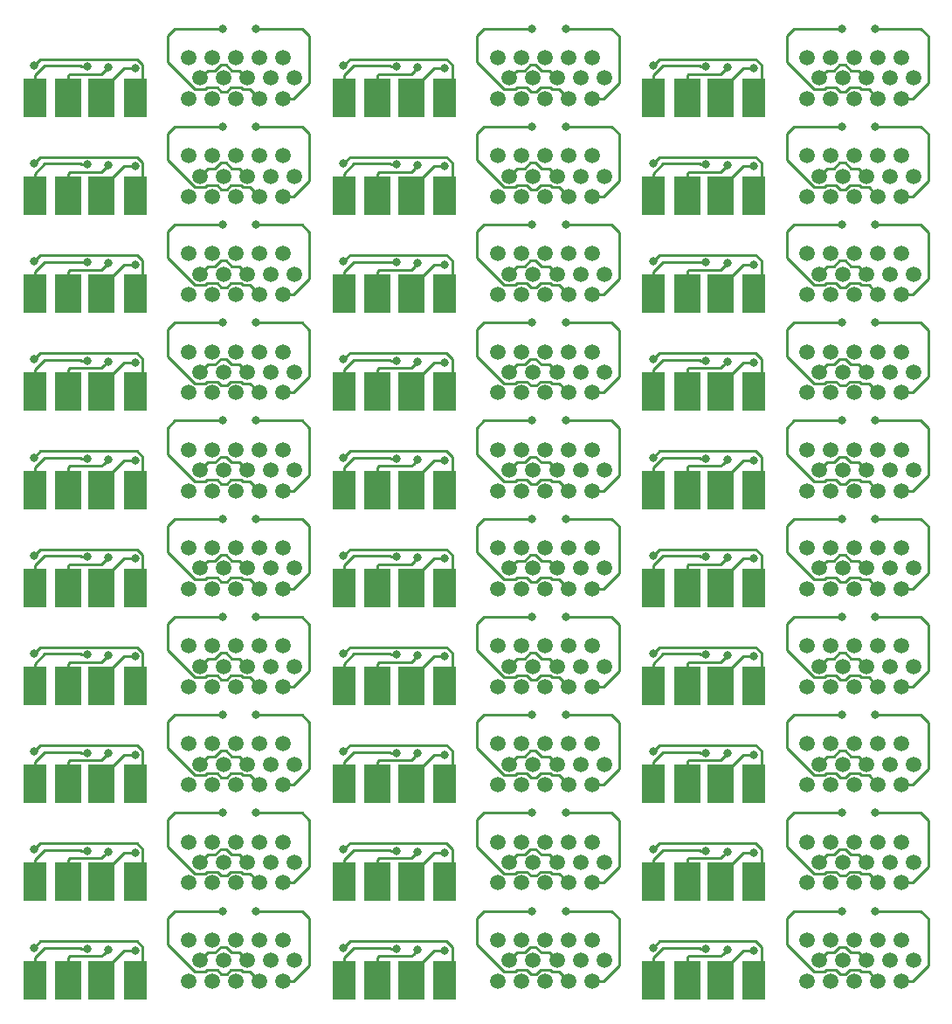
<source format=gbl>
G04 #@! TF.GenerationSoftware,KiCad,Pcbnew,(5.1.0)-1*
G04 #@! TF.CreationDate,2020-07-15T16:06:42-04:00*
G04 #@! TF.ProjectId,Breakout Panelized,42726561-6b6f-4757-9420-50616e656c69,rev?*
G04 #@! TF.SameCoordinates,Original*
G04 #@! TF.FileFunction,Copper,L2,Bot*
G04 #@! TF.FilePolarity,Positive*
%FSLAX46Y46*%
G04 Gerber Fmt 4.6, Leading zero omitted, Abs format (unit mm)*
G04 Created by KiCad (PCBNEW (5.1.0)-1) date 2020-07-15 16:06:42*
%MOMM*%
%LPD*%
G04 APERTURE LIST*
%ADD10R,2.500000X3.800000*%
%ADD11C,1.500000*%
%ADD12R,2.300000X3.800000*%
%ADD13C,0.800000*%
%ADD14C,0.250000*%
G04 APERTURE END LIST*
D10*
X91575000Y-70725000D03*
X124825000Y-70725000D03*
D11*
X163230000Y-61305000D03*
X165520000Y-61305000D03*
X167810000Y-61305000D03*
X170100000Y-61305000D03*
X172390000Y-61305000D03*
X164375000Y-59325000D03*
X166665000Y-59325000D03*
X168955000Y-59325000D03*
X171245000Y-59325000D03*
X163230000Y-57345000D03*
X165520000Y-57345000D03*
X167810000Y-57345000D03*
X170100000Y-57345000D03*
X172390000Y-57345000D03*
X173535000Y-59325000D03*
X113535000Y-68825000D03*
X112390000Y-66845000D03*
X110100000Y-66845000D03*
X107810000Y-66845000D03*
X105520000Y-66845000D03*
X103230000Y-66845000D03*
X111245000Y-68825000D03*
X108955000Y-68825000D03*
X106665000Y-68825000D03*
X104375000Y-68825000D03*
X112390000Y-70805000D03*
X110100000Y-70805000D03*
X107810000Y-70805000D03*
X105520000Y-70805000D03*
X103230000Y-70805000D03*
D12*
X98075000Y-70725000D03*
X88325000Y-70725000D03*
D10*
X94825000Y-70725000D03*
D12*
X148325000Y-61225000D03*
X158075000Y-61225000D03*
D10*
X151575000Y-61225000D03*
D12*
X98075000Y-61225000D03*
D11*
X103230000Y-61305000D03*
X105520000Y-61305000D03*
X107810000Y-61305000D03*
X110100000Y-61305000D03*
X112390000Y-61305000D03*
X104375000Y-59325000D03*
X106665000Y-59325000D03*
X108955000Y-59325000D03*
X111245000Y-59325000D03*
X103230000Y-57345000D03*
X105520000Y-57345000D03*
X107810000Y-57345000D03*
X110100000Y-57345000D03*
X112390000Y-57345000D03*
X113535000Y-59325000D03*
D12*
X88325000Y-61225000D03*
D10*
X154825000Y-61225000D03*
X151575000Y-70725000D03*
X121575000Y-61225000D03*
D12*
X158075000Y-70725000D03*
X118325000Y-61225000D03*
X128075000Y-61225000D03*
X118325000Y-70725000D03*
D10*
X121575000Y-70725000D03*
X154825000Y-70725000D03*
D11*
X173535000Y-68825000D03*
X172390000Y-66845000D03*
X170100000Y-66845000D03*
X167810000Y-66845000D03*
X165520000Y-66845000D03*
X163230000Y-66845000D03*
X171245000Y-68825000D03*
X168955000Y-68825000D03*
X166665000Y-68825000D03*
X164375000Y-68825000D03*
X172390000Y-70805000D03*
X170100000Y-70805000D03*
X167810000Y-70805000D03*
X165520000Y-70805000D03*
X163230000Y-70805000D03*
X133230000Y-70805000D03*
X135520000Y-70805000D03*
X137810000Y-70805000D03*
X140100000Y-70805000D03*
X142390000Y-70805000D03*
X134375000Y-68825000D03*
X136665000Y-68825000D03*
X138955000Y-68825000D03*
X141245000Y-68825000D03*
X133230000Y-66845000D03*
X135520000Y-66845000D03*
X137810000Y-66845000D03*
X140100000Y-66845000D03*
X142390000Y-66845000D03*
X143535000Y-68825000D03*
D10*
X94825000Y-61225000D03*
D12*
X148325000Y-70725000D03*
D10*
X124825000Y-61225000D03*
D12*
X128075000Y-70725000D03*
D11*
X143535000Y-59325000D03*
X142390000Y-57345000D03*
X140100000Y-57345000D03*
X137810000Y-57345000D03*
X135520000Y-57345000D03*
X133230000Y-57345000D03*
X141245000Y-59325000D03*
X138955000Y-59325000D03*
X136665000Y-59325000D03*
X134375000Y-59325000D03*
X142390000Y-61305000D03*
X140100000Y-61305000D03*
X137810000Y-61305000D03*
X135520000Y-61305000D03*
X133230000Y-61305000D03*
D10*
X91575000Y-61225000D03*
X124825000Y-89725000D03*
X91575000Y-89725000D03*
X94825000Y-89725000D03*
D12*
X98075000Y-89725000D03*
X88325000Y-89725000D03*
D11*
X173535000Y-78325000D03*
X172390000Y-76345000D03*
X170100000Y-76345000D03*
X167810000Y-76345000D03*
X165520000Y-76345000D03*
X163230000Y-76345000D03*
X171245000Y-78325000D03*
X168955000Y-78325000D03*
X166665000Y-78325000D03*
X164375000Y-78325000D03*
X172390000Y-80305000D03*
X170100000Y-80305000D03*
X167810000Y-80305000D03*
X165520000Y-80305000D03*
X163230000Y-80305000D03*
X103230000Y-89805000D03*
X105520000Y-89805000D03*
X107810000Y-89805000D03*
X110100000Y-89805000D03*
X112390000Y-89805000D03*
X104375000Y-87825000D03*
X106665000Y-87825000D03*
X108955000Y-87825000D03*
X111245000Y-87825000D03*
X103230000Y-85845000D03*
X105520000Y-85845000D03*
X107810000Y-85845000D03*
X110100000Y-85845000D03*
X112390000Y-85845000D03*
X113535000Y-87825000D03*
D12*
X148325000Y-80225000D03*
X158075000Y-80225000D03*
X98075000Y-80225000D03*
D10*
X151575000Y-80225000D03*
D11*
X113535000Y-78325000D03*
X112390000Y-76345000D03*
X110100000Y-76345000D03*
X107810000Y-76345000D03*
X105520000Y-76345000D03*
X103230000Y-76345000D03*
X111245000Y-78325000D03*
X108955000Y-78325000D03*
X106665000Y-78325000D03*
X104375000Y-78325000D03*
X112390000Y-80305000D03*
X110100000Y-80305000D03*
X107810000Y-80305000D03*
X105520000Y-80305000D03*
X103230000Y-80305000D03*
D12*
X88325000Y-80225000D03*
D10*
X154825000Y-80225000D03*
X151575000Y-89725000D03*
D12*
X158075000Y-89725000D03*
X118325000Y-80225000D03*
X128075000Y-80225000D03*
D10*
X121575000Y-80225000D03*
X91575000Y-80225000D03*
X124825000Y-80225000D03*
D11*
X163230000Y-89805000D03*
X165520000Y-89805000D03*
X167810000Y-89805000D03*
X170100000Y-89805000D03*
X172390000Y-89805000D03*
X164375000Y-87825000D03*
X166665000Y-87825000D03*
X168955000Y-87825000D03*
X171245000Y-87825000D03*
X163230000Y-85845000D03*
X165520000Y-85845000D03*
X167810000Y-85845000D03*
X170100000Y-85845000D03*
X172390000Y-85845000D03*
X173535000Y-87825000D03*
D12*
X128075000Y-89725000D03*
D11*
X133230000Y-80305000D03*
X135520000Y-80305000D03*
X137810000Y-80305000D03*
X140100000Y-80305000D03*
X142390000Y-80305000D03*
X134375000Y-78325000D03*
X136665000Y-78325000D03*
X138955000Y-78325000D03*
X141245000Y-78325000D03*
X133230000Y-76345000D03*
X135520000Y-76345000D03*
X137810000Y-76345000D03*
X140100000Y-76345000D03*
X142390000Y-76345000D03*
X143535000Y-78325000D03*
X143535000Y-87825000D03*
X142390000Y-85845000D03*
X140100000Y-85845000D03*
X137810000Y-85845000D03*
X135520000Y-85845000D03*
X133230000Y-85845000D03*
X141245000Y-87825000D03*
X138955000Y-87825000D03*
X136665000Y-87825000D03*
X134375000Y-87825000D03*
X142390000Y-89805000D03*
X140100000Y-89805000D03*
X137810000Y-89805000D03*
X135520000Y-89805000D03*
X133230000Y-89805000D03*
D10*
X94825000Y-80225000D03*
D12*
X148325000Y-89725000D03*
X118325000Y-89725000D03*
D10*
X154825000Y-89725000D03*
X121575000Y-89725000D03*
X151575000Y-108725000D03*
D12*
X158075000Y-108725000D03*
D10*
X154825000Y-108725000D03*
D12*
X118325000Y-99225000D03*
D10*
X121575000Y-108725000D03*
X124825000Y-99225000D03*
D12*
X128075000Y-108725000D03*
X118325000Y-108725000D03*
D10*
X91575000Y-99225000D03*
D11*
X133230000Y-108805000D03*
X135520000Y-108805000D03*
X137810000Y-108805000D03*
X140100000Y-108805000D03*
X142390000Y-108805000D03*
X134375000Y-106825000D03*
X136665000Y-106825000D03*
X138955000Y-106825000D03*
X141245000Y-106825000D03*
X133230000Y-104845000D03*
X135520000Y-104845000D03*
X137810000Y-104845000D03*
X140100000Y-104845000D03*
X142390000Y-104845000D03*
X143535000Y-106825000D03*
X143535000Y-97325000D03*
X142390000Y-95345000D03*
X140100000Y-95345000D03*
X137810000Y-95345000D03*
X135520000Y-95345000D03*
X133230000Y-95345000D03*
X141245000Y-97325000D03*
X138955000Y-97325000D03*
X136665000Y-97325000D03*
X134375000Y-97325000D03*
X142390000Y-99305000D03*
X140100000Y-99305000D03*
X137810000Y-99305000D03*
X135520000Y-99305000D03*
X133230000Y-99305000D03*
D10*
X94825000Y-99225000D03*
D12*
X128075000Y-99225000D03*
D10*
X121575000Y-99225000D03*
D12*
X148325000Y-108725000D03*
D11*
X173535000Y-106825000D03*
X172390000Y-104845000D03*
X170100000Y-104845000D03*
X167810000Y-104845000D03*
X165520000Y-104845000D03*
X163230000Y-104845000D03*
X171245000Y-106825000D03*
X168955000Y-106825000D03*
X166665000Y-106825000D03*
X164375000Y-106825000D03*
X172390000Y-108805000D03*
X170100000Y-108805000D03*
X167810000Y-108805000D03*
X165520000Y-108805000D03*
X163230000Y-108805000D03*
D12*
X98075000Y-108725000D03*
D10*
X124825000Y-108725000D03*
X94825000Y-108725000D03*
X91575000Y-108725000D03*
D12*
X88325000Y-108725000D03*
D11*
X113535000Y-106825000D03*
X112390000Y-104845000D03*
X110100000Y-104845000D03*
X107810000Y-104845000D03*
X105520000Y-104845000D03*
X103230000Y-104845000D03*
X111245000Y-106825000D03*
X108955000Y-106825000D03*
X106665000Y-106825000D03*
X104375000Y-106825000D03*
X112390000Y-108805000D03*
X110100000Y-108805000D03*
X107810000Y-108805000D03*
X105520000Y-108805000D03*
X103230000Y-108805000D03*
X163230000Y-99305000D03*
X165520000Y-99305000D03*
X167810000Y-99305000D03*
X170100000Y-99305000D03*
X172390000Y-99305000D03*
X164375000Y-97325000D03*
X166665000Y-97325000D03*
X168955000Y-97325000D03*
X171245000Y-97325000D03*
X163230000Y-95345000D03*
X165520000Y-95345000D03*
X167810000Y-95345000D03*
X170100000Y-95345000D03*
X172390000Y-95345000D03*
X173535000Y-97325000D03*
D12*
X148325000Y-99225000D03*
X158075000Y-99225000D03*
X88325000Y-99225000D03*
X98075000Y-99225000D03*
D10*
X151575000Y-99225000D03*
X154825000Y-99225000D03*
D11*
X103230000Y-99305000D03*
X105520000Y-99305000D03*
X107810000Y-99305000D03*
X110100000Y-99305000D03*
X112390000Y-99305000D03*
X104375000Y-97325000D03*
X106665000Y-97325000D03*
X108955000Y-97325000D03*
X111245000Y-97325000D03*
X103230000Y-95345000D03*
X105520000Y-95345000D03*
X107810000Y-95345000D03*
X110100000Y-95345000D03*
X112390000Y-95345000D03*
X113535000Y-97325000D03*
D10*
X151575000Y-127725000D03*
D12*
X158075000Y-127725000D03*
D10*
X154825000Y-127725000D03*
D12*
X148325000Y-127725000D03*
D11*
X163230000Y-127805000D03*
X165520000Y-127805000D03*
X167810000Y-127805000D03*
X170100000Y-127805000D03*
X172390000Y-127805000D03*
X164375000Y-125825000D03*
X166665000Y-125825000D03*
X168955000Y-125825000D03*
X171245000Y-125825000D03*
X163230000Y-123845000D03*
X165520000Y-123845000D03*
X167810000Y-123845000D03*
X170100000Y-123845000D03*
X172390000Y-123845000D03*
X173535000Y-125825000D03*
D10*
X124825000Y-118225000D03*
X91575000Y-118225000D03*
D11*
X133230000Y-118305000D03*
X135520000Y-118305000D03*
X137810000Y-118305000D03*
X140100000Y-118305000D03*
X142390000Y-118305000D03*
X134375000Y-116325000D03*
X136665000Y-116325000D03*
X138955000Y-116325000D03*
X141245000Y-116325000D03*
X133230000Y-114345000D03*
X135520000Y-114345000D03*
X137810000Y-114345000D03*
X140100000Y-114345000D03*
X142390000Y-114345000D03*
X143535000Y-116325000D03*
D12*
X118325000Y-118225000D03*
D10*
X94825000Y-118225000D03*
D12*
X128075000Y-118225000D03*
D10*
X121575000Y-118225000D03*
D11*
X143535000Y-125825000D03*
X142390000Y-123845000D03*
X140100000Y-123845000D03*
X137810000Y-123845000D03*
X135520000Y-123845000D03*
X133230000Y-123845000D03*
X141245000Y-125825000D03*
X138955000Y-125825000D03*
X136665000Y-125825000D03*
X134375000Y-125825000D03*
X142390000Y-127805000D03*
X140100000Y-127805000D03*
X137810000Y-127805000D03*
X135520000Y-127805000D03*
X133230000Y-127805000D03*
D12*
X128075000Y-127725000D03*
X118325000Y-127725000D03*
D10*
X121575000Y-127725000D03*
X124825000Y-127725000D03*
X94825000Y-127725000D03*
X91575000Y-127725000D03*
D12*
X98075000Y-127725000D03*
X88325000Y-127725000D03*
D11*
X103230000Y-127805000D03*
X105520000Y-127805000D03*
X107810000Y-127805000D03*
X110100000Y-127805000D03*
X112390000Y-127805000D03*
X104375000Y-125825000D03*
X106665000Y-125825000D03*
X108955000Y-125825000D03*
X111245000Y-125825000D03*
X103230000Y-123845000D03*
X105520000Y-123845000D03*
X107810000Y-123845000D03*
X110100000Y-123845000D03*
X112390000Y-123845000D03*
X113535000Y-125825000D03*
X173535000Y-116325000D03*
X172390000Y-114345000D03*
X170100000Y-114345000D03*
X167810000Y-114345000D03*
X165520000Y-114345000D03*
X163230000Y-114345000D03*
X171245000Y-116325000D03*
X168955000Y-116325000D03*
X166665000Y-116325000D03*
X164375000Y-116325000D03*
X172390000Y-118305000D03*
X170100000Y-118305000D03*
X167810000Y-118305000D03*
X165520000Y-118305000D03*
X163230000Y-118305000D03*
D10*
X151575000Y-118225000D03*
D12*
X148325000Y-118225000D03*
X158075000Y-118225000D03*
D10*
X154825000Y-118225000D03*
D12*
X88325000Y-118225000D03*
X98075000Y-118225000D03*
D11*
X113535000Y-116325000D03*
X112390000Y-114345000D03*
X110100000Y-114345000D03*
X107810000Y-114345000D03*
X105520000Y-114345000D03*
X103230000Y-114345000D03*
X111245000Y-116325000D03*
X108955000Y-116325000D03*
X106665000Y-116325000D03*
X104375000Y-116325000D03*
X112390000Y-118305000D03*
X110100000Y-118305000D03*
X107810000Y-118305000D03*
X105520000Y-118305000D03*
X103230000Y-118305000D03*
D10*
X151575000Y-137225000D03*
D12*
X158075000Y-137225000D03*
D10*
X154825000Y-137225000D03*
D12*
X148325000Y-137225000D03*
D11*
X163230000Y-137305000D03*
X165520000Y-137305000D03*
X167810000Y-137305000D03*
X170100000Y-137305000D03*
X172390000Y-137305000D03*
X164375000Y-135325000D03*
X166665000Y-135325000D03*
X168955000Y-135325000D03*
X171245000Y-135325000D03*
X163230000Y-133345000D03*
X165520000Y-133345000D03*
X167810000Y-133345000D03*
X170100000Y-133345000D03*
X172390000Y-133345000D03*
X173535000Y-135325000D03*
X143535000Y-135325000D03*
X142390000Y-133345000D03*
X140100000Y-133345000D03*
X137810000Y-133345000D03*
X135520000Y-133345000D03*
X133230000Y-133345000D03*
X141245000Y-135325000D03*
X138955000Y-135325000D03*
X136665000Y-135325000D03*
X134375000Y-135325000D03*
X142390000Y-137305000D03*
X140100000Y-137305000D03*
X137810000Y-137305000D03*
X135520000Y-137305000D03*
X133230000Y-137305000D03*
D12*
X128075000Y-137225000D03*
X118325000Y-137225000D03*
D10*
X121575000Y-137225000D03*
X124825000Y-137225000D03*
X94825000Y-137225000D03*
X91575000Y-137225000D03*
D12*
X98075000Y-137225000D03*
X88325000Y-137225000D03*
D11*
X103230000Y-137305000D03*
X105520000Y-137305000D03*
X107810000Y-137305000D03*
X110100000Y-137305000D03*
X112390000Y-137305000D03*
X104375000Y-135325000D03*
X106665000Y-135325000D03*
X108955000Y-135325000D03*
X111245000Y-135325000D03*
X103230000Y-133345000D03*
X105520000Y-133345000D03*
X107810000Y-133345000D03*
X110100000Y-133345000D03*
X112390000Y-133345000D03*
X113535000Y-135325000D03*
X173535000Y-144825000D03*
X172390000Y-142845000D03*
X170100000Y-142845000D03*
X167810000Y-142845000D03*
X165520000Y-142845000D03*
X163230000Y-142845000D03*
X171245000Y-144825000D03*
X168955000Y-144825000D03*
X166665000Y-144825000D03*
X164375000Y-144825000D03*
X172390000Y-146805000D03*
X170100000Y-146805000D03*
X167810000Y-146805000D03*
X165520000Y-146805000D03*
X163230000Y-146805000D03*
D12*
X158075000Y-146725000D03*
X148325000Y-146725000D03*
D10*
X151575000Y-146725000D03*
X154825000Y-146725000D03*
X124825000Y-146725000D03*
X121575000Y-146725000D03*
D12*
X128075000Y-146725000D03*
X118325000Y-146725000D03*
D11*
X133230000Y-146805000D03*
X135520000Y-146805000D03*
X137810000Y-146805000D03*
X140100000Y-146805000D03*
X142390000Y-146805000D03*
X134375000Y-144825000D03*
X136665000Y-144825000D03*
X138955000Y-144825000D03*
X141245000Y-144825000D03*
X133230000Y-142845000D03*
X135520000Y-142845000D03*
X137810000Y-142845000D03*
X140100000Y-142845000D03*
X142390000Y-142845000D03*
X143535000Y-144825000D03*
X113535000Y-144825000D03*
X112390000Y-142845000D03*
X110100000Y-142845000D03*
X107810000Y-142845000D03*
X105520000Y-142845000D03*
X103230000Y-142845000D03*
X111245000Y-144825000D03*
X108955000Y-144825000D03*
X106665000Y-144825000D03*
X104375000Y-144825000D03*
X112390000Y-146805000D03*
X110100000Y-146805000D03*
X107810000Y-146805000D03*
X105520000Y-146805000D03*
X103230000Y-146805000D03*
D12*
X98075000Y-146725000D03*
D10*
X94825000Y-146725000D03*
X91575000Y-146725000D03*
D12*
X88325000Y-146725000D03*
D13*
X88287347Y-143587347D03*
X118287347Y-143587347D03*
X148287347Y-143587347D03*
X88287347Y-134087347D03*
X118287347Y-134087347D03*
X148287347Y-134087347D03*
X88287347Y-124587347D03*
X118287347Y-124587347D03*
X118287347Y-115087347D03*
X148287347Y-115087347D03*
X148287347Y-124587347D03*
X88287347Y-115087347D03*
X118287347Y-96087347D03*
X88287347Y-105587347D03*
X118287347Y-105587347D03*
X148287347Y-96087347D03*
X148287347Y-105587347D03*
X88287347Y-96087347D03*
X148287347Y-86587347D03*
X88287347Y-86587347D03*
X118287347Y-77087347D03*
X148287347Y-77087347D03*
X118287347Y-86587347D03*
X88287347Y-77087347D03*
X148287347Y-67587347D03*
X88287347Y-67587347D03*
X118287347Y-58087347D03*
X148287347Y-58087347D03*
X88287347Y-58087347D03*
X118287347Y-67587347D03*
X109825000Y-140025000D03*
X98075000Y-143875000D03*
X139825000Y-140025000D03*
X128075000Y-143875000D03*
X158075000Y-143875000D03*
X169825000Y-140025000D03*
X109825000Y-130525000D03*
X98075000Y-134375000D03*
X158075000Y-134375000D03*
X128075000Y-134375000D03*
X169825000Y-130525000D03*
X139825000Y-130525000D03*
X109825000Y-121025000D03*
X98075000Y-124875000D03*
X158075000Y-115375000D03*
X158075000Y-124875000D03*
X128075000Y-115375000D03*
X169825000Y-111525000D03*
X128075000Y-124875000D03*
X109825000Y-111525000D03*
X169825000Y-121025000D03*
X139825000Y-111525000D03*
X139825000Y-121025000D03*
X98075000Y-115375000D03*
X109825000Y-92525000D03*
X98075000Y-96375000D03*
X158075000Y-96375000D03*
X109825000Y-102025000D03*
X128075000Y-96375000D03*
X169825000Y-92525000D03*
X98075000Y-105875000D03*
X139825000Y-92525000D03*
X169825000Y-102025000D03*
X128075000Y-105875000D03*
X139825000Y-102025000D03*
X158075000Y-105875000D03*
X109825000Y-73525000D03*
X98075000Y-86875000D03*
X139825000Y-83025000D03*
X98075000Y-77375000D03*
X128075000Y-86875000D03*
X158075000Y-86875000D03*
X128075000Y-77375000D03*
X158075000Y-77375000D03*
X109825000Y-83025000D03*
X139825000Y-73525000D03*
X169825000Y-83025000D03*
X169825000Y-73525000D03*
X98075000Y-67875000D03*
X139825000Y-64025000D03*
X128075000Y-67875000D03*
X98075000Y-58375000D03*
X158075000Y-67875000D03*
X109825000Y-54525000D03*
X128075000Y-58375000D03*
X158075000Y-58375000D03*
X169825000Y-54525000D03*
X109825000Y-64025000D03*
X139825000Y-54525000D03*
X169825000Y-64025000D03*
X106575000Y-140025000D03*
X95475000Y-143775000D03*
X125475000Y-143775000D03*
X136575000Y-140025000D03*
X155475000Y-143775000D03*
X166575000Y-140025000D03*
X95475000Y-134275000D03*
X106575000Y-130525000D03*
X125475000Y-134275000D03*
X155475000Y-134275000D03*
X166575000Y-130525000D03*
X136575000Y-130525000D03*
X95475000Y-124775000D03*
X106575000Y-121025000D03*
X125475000Y-124775000D03*
X106575000Y-111525000D03*
X155475000Y-115275000D03*
X95475000Y-115275000D03*
X155475000Y-124775000D03*
X166575000Y-121025000D03*
X136575000Y-111525000D03*
X125475000Y-115275000D03*
X136575000Y-121025000D03*
X166575000Y-111525000D03*
X95475000Y-105775000D03*
X166575000Y-102025000D03*
X95475000Y-96275000D03*
X125475000Y-105775000D03*
X125475000Y-96275000D03*
X106575000Y-102025000D03*
X106575000Y-92525000D03*
X155475000Y-96275000D03*
X136575000Y-102025000D03*
X155475000Y-105775000D03*
X166575000Y-92525000D03*
X136575000Y-92525000D03*
X95475000Y-86775000D03*
X136575000Y-73525000D03*
X155475000Y-86775000D03*
X95475000Y-77275000D03*
X125475000Y-77275000D03*
X166575000Y-73525000D03*
X155475000Y-77275000D03*
X106575000Y-83025000D03*
X125475000Y-86775000D03*
X136575000Y-83025000D03*
X106575000Y-73525000D03*
X166575000Y-83025000D03*
X95475000Y-67775000D03*
X155475000Y-67775000D03*
X125475000Y-58275000D03*
X166575000Y-54525000D03*
X136575000Y-54525000D03*
X95475000Y-58275000D03*
X136575000Y-64025000D03*
X106575000Y-54525000D03*
X155475000Y-58275000D03*
X125475000Y-67775000D03*
X166575000Y-64025000D03*
X106575000Y-64025000D03*
X93420153Y-143700010D03*
X123420153Y-143700010D03*
X153420153Y-143700010D03*
X93420153Y-134200010D03*
X123420153Y-134200010D03*
X153420153Y-134200010D03*
X93420153Y-124700010D03*
X123420153Y-124700010D03*
X123420153Y-115200010D03*
X153420153Y-115200010D03*
X153420153Y-124700010D03*
X93420153Y-115200010D03*
X123420153Y-105700010D03*
X93420153Y-96200010D03*
X153420153Y-96200010D03*
X123420153Y-96200010D03*
X93420153Y-105700010D03*
X153420153Y-105700010D03*
X123420153Y-86700010D03*
X123420153Y-77200010D03*
X153420153Y-86700010D03*
X93420153Y-77200010D03*
X153420153Y-77200010D03*
X93420153Y-86700010D03*
X123420153Y-67700010D03*
X123420153Y-58200010D03*
X153420153Y-67700010D03*
X153420153Y-58200010D03*
X93420153Y-58200010D03*
X93420153Y-67700010D03*
D14*
X108205001Y-144075001D02*
X108955000Y-144825000D01*
X107448999Y-144075001D02*
X108205001Y-144075001D01*
X106898998Y-143525000D02*
X107448999Y-144075001D01*
X106373998Y-143525000D02*
X106898998Y-143525000D01*
X105823997Y-144075001D02*
X106373998Y-143525000D01*
X105124999Y-144075001D02*
X105823997Y-144075001D01*
X104375000Y-144825000D02*
X105124999Y-144075001D01*
X88899694Y-142975000D02*
X88287347Y-143587347D01*
X98248002Y-142975000D02*
X88899694Y-142975000D01*
X98800001Y-145349999D02*
X98800001Y-143526999D01*
X98075000Y-146825000D02*
X98075000Y-146075000D01*
X98075000Y-146075000D02*
X98800001Y-145349999D01*
X98800001Y-143526999D02*
X98248002Y-142975000D01*
X136373998Y-143525000D02*
X136898998Y-143525000D01*
X128075000Y-146075000D02*
X128800001Y-145349999D01*
X128800001Y-143526999D02*
X128248002Y-142975000D01*
X135823997Y-144075001D02*
X136373998Y-143525000D01*
X135124999Y-144075001D02*
X135823997Y-144075001D01*
X128800001Y-145349999D02*
X128800001Y-143526999D01*
X134375000Y-144825000D02*
X135124999Y-144075001D01*
X128075000Y-146825000D02*
X128075000Y-146075000D01*
X118899694Y-142975000D02*
X118287347Y-143587347D01*
X128248002Y-142975000D02*
X118899694Y-142975000D01*
X138205001Y-144075001D02*
X138955000Y-144825000D01*
X137448999Y-144075001D02*
X138205001Y-144075001D01*
X136898998Y-143525000D02*
X137448999Y-144075001D01*
X164375000Y-144825000D02*
X165124999Y-144075001D01*
X158075000Y-146075000D02*
X158800001Y-145349999D01*
X158248002Y-142975000D02*
X148899694Y-142975000D01*
X165124999Y-144075001D02*
X165823997Y-144075001D01*
X166373998Y-143525000D02*
X166898998Y-143525000D01*
X158800001Y-145349999D02*
X158800001Y-143526999D01*
X165823997Y-144075001D02*
X166373998Y-143525000D01*
X158075000Y-146825000D02*
X158075000Y-146075000D01*
X158800001Y-143526999D02*
X158248002Y-142975000D01*
X148899694Y-142975000D02*
X148287347Y-143587347D01*
X167448999Y-144075001D02*
X168205001Y-144075001D01*
X168205001Y-144075001D02*
X168955000Y-144825000D01*
X166898998Y-143525000D02*
X167448999Y-144075001D01*
X106373998Y-134025000D02*
X106898998Y-134025000D01*
X98075000Y-136575000D02*
X98800001Y-135849999D01*
X98800001Y-134026999D02*
X98248002Y-133475000D01*
X105823997Y-134575001D02*
X106373998Y-134025000D01*
X105124999Y-134575001D02*
X105823997Y-134575001D01*
X98800001Y-135849999D02*
X98800001Y-134026999D01*
X104375000Y-135325000D02*
X105124999Y-134575001D01*
X98075000Y-137325000D02*
X98075000Y-136575000D01*
X88899694Y-133475000D02*
X88287347Y-134087347D01*
X98248002Y-133475000D02*
X88899694Y-133475000D01*
X108205001Y-134575001D02*
X108955000Y-135325000D01*
X107448999Y-134575001D02*
X108205001Y-134575001D01*
X106898998Y-134025000D02*
X107448999Y-134575001D01*
X158075000Y-136575000D02*
X158800001Y-135849999D01*
X164375000Y-135325000D02*
X165124999Y-134575001D01*
X165124999Y-134575001D02*
X165823997Y-134575001D01*
X158248002Y-133475000D02*
X148899694Y-133475000D01*
X166373998Y-134025000D02*
X166898998Y-134025000D01*
X158800001Y-134026999D02*
X158248002Y-133475000D01*
X168205001Y-134575001D02*
X168955000Y-135325000D01*
X166898998Y-134025000D02*
X167448999Y-134575001D01*
X165823997Y-134575001D02*
X166373998Y-134025000D01*
X158800001Y-135849999D02*
X158800001Y-134026999D01*
X158075000Y-137325000D02*
X158075000Y-136575000D01*
X148899694Y-133475000D02*
X148287347Y-134087347D01*
X167448999Y-134575001D02*
X168205001Y-134575001D01*
X134375000Y-135325000D02*
X135124999Y-134575001D01*
X128075000Y-136575000D02*
X128800001Y-135849999D01*
X128248002Y-133475000D02*
X118899694Y-133475000D01*
X135124999Y-134575001D02*
X135823997Y-134575001D01*
X136373998Y-134025000D02*
X136898998Y-134025000D01*
X128800001Y-135849999D02*
X128800001Y-134026999D01*
X135823997Y-134575001D02*
X136373998Y-134025000D01*
X128075000Y-137325000D02*
X128075000Y-136575000D01*
X128800001Y-134026999D02*
X128248002Y-133475000D01*
X118899694Y-133475000D02*
X118287347Y-134087347D01*
X137448999Y-134575001D02*
X138205001Y-134575001D01*
X138205001Y-134575001D02*
X138955000Y-135325000D01*
X136898998Y-134025000D02*
X137448999Y-134575001D01*
X106373998Y-124525000D02*
X106898998Y-124525000D01*
X98075000Y-127075000D02*
X98800001Y-126349999D01*
X98800001Y-124526999D02*
X98248002Y-123975000D01*
X105823997Y-125075001D02*
X106373998Y-124525000D01*
X105124999Y-125075001D02*
X105823997Y-125075001D01*
X98800001Y-126349999D02*
X98800001Y-124526999D01*
X104375000Y-125825000D02*
X105124999Y-125075001D01*
X98075000Y-127825000D02*
X98075000Y-127075000D01*
X88899694Y-123975000D02*
X88287347Y-124587347D01*
X98248002Y-123975000D02*
X88899694Y-123975000D01*
X108205001Y-125075001D02*
X108955000Y-125825000D01*
X107448999Y-125075001D02*
X108205001Y-125075001D01*
X106898998Y-124525000D02*
X107448999Y-125075001D01*
X148899694Y-114475000D02*
X148287347Y-115087347D01*
X158800001Y-116849999D02*
X158800001Y-115026999D01*
X167448999Y-115575001D02*
X168205001Y-115575001D01*
X166898998Y-115025000D02*
X167448999Y-115575001D01*
X134375000Y-116325000D02*
X135124999Y-115575001D01*
X165823997Y-115575001D02*
X166373998Y-115025000D01*
X158075000Y-118325000D02*
X158075000Y-117575000D01*
X128075000Y-117575000D02*
X128800001Y-116849999D01*
X168205001Y-115575001D02*
X168955000Y-116325000D01*
X128248002Y-114475000D02*
X118899694Y-114475000D01*
X128800001Y-116849999D02*
X128800001Y-115026999D01*
X135823997Y-115575001D02*
X136373998Y-115025000D01*
X128075000Y-118325000D02*
X128075000Y-117575000D01*
X135124999Y-115575001D02*
X135823997Y-115575001D01*
X128800001Y-115026999D02*
X128248002Y-114475000D01*
X136373998Y-115025000D02*
X136898998Y-115025000D01*
X138205001Y-115575001D02*
X138955000Y-116325000D01*
X137448999Y-115575001D02*
X138205001Y-115575001D01*
X118899694Y-114475000D02*
X118287347Y-115087347D01*
X136898998Y-115025000D02*
X137448999Y-115575001D01*
X158075000Y-127075000D02*
X158800001Y-126349999D01*
X164375000Y-125825000D02*
X165124999Y-125075001D01*
X165124999Y-125075001D02*
X165823997Y-125075001D01*
X158248002Y-123975000D02*
X148899694Y-123975000D01*
X166373998Y-124525000D02*
X166898998Y-124525000D01*
X158800001Y-124526999D02*
X158248002Y-123975000D01*
X168205001Y-125075001D02*
X168955000Y-125825000D01*
X166898998Y-124525000D02*
X167448999Y-125075001D01*
X165823997Y-125075001D02*
X166373998Y-124525000D01*
X158800001Y-126349999D02*
X158800001Y-124526999D01*
X158075000Y-127825000D02*
X158075000Y-127075000D01*
X148899694Y-123975000D02*
X148287347Y-124587347D01*
X167448999Y-125075001D02*
X168205001Y-125075001D01*
X158800001Y-115026999D02*
X158248002Y-114475000D01*
X98800001Y-116849999D02*
X98800001Y-115026999D01*
X106373998Y-115025000D02*
X106898998Y-115025000D01*
X104375000Y-116325000D02*
X105124999Y-115575001D01*
X105823997Y-115575001D02*
X106373998Y-115025000D01*
X98800001Y-115026999D02*
X98248002Y-114475000D01*
X105124999Y-115575001D02*
X105823997Y-115575001D01*
X98075000Y-118325000D02*
X98075000Y-117575000D01*
X98075000Y-117575000D02*
X98800001Y-116849999D01*
X88899694Y-114475000D02*
X88287347Y-115087347D01*
X98248002Y-114475000D02*
X88899694Y-114475000D01*
X108205001Y-115575001D02*
X108955000Y-116325000D01*
X158248002Y-114475000D02*
X148899694Y-114475000D01*
X164375000Y-116325000D02*
X165124999Y-115575001D01*
X158075000Y-117575000D02*
X158800001Y-116849999D01*
X107448999Y-115575001D02*
X108205001Y-115575001D01*
X106898998Y-115025000D02*
X107448999Y-115575001D01*
X165124999Y-115575001D02*
X165823997Y-115575001D01*
X134375000Y-125825000D02*
X135124999Y-125075001D01*
X128075000Y-127075000D02*
X128800001Y-126349999D01*
X128248002Y-123975000D02*
X118899694Y-123975000D01*
X135124999Y-125075001D02*
X135823997Y-125075001D01*
X136373998Y-124525000D02*
X136898998Y-124525000D01*
X128800001Y-126349999D02*
X128800001Y-124526999D01*
X135823997Y-125075001D02*
X136373998Y-124525000D01*
X128075000Y-127825000D02*
X128075000Y-127075000D01*
X128800001Y-124526999D02*
X128248002Y-123975000D01*
X118899694Y-123975000D02*
X118287347Y-124587347D01*
X137448999Y-125075001D02*
X138205001Y-125075001D01*
X138205001Y-125075001D02*
X138955000Y-125825000D01*
X166373998Y-115025000D02*
X166898998Y-115025000D01*
X136898998Y-124525000D02*
X137448999Y-125075001D01*
X128800001Y-97849999D02*
X128800001Y-96026999D01*
X135124999Y-96575001D02*
X135823997Y-96575001D01*
X128075000Y-98575000D02*
X128800001Y-97849999D01*
X134375000Y-97325000D02*
X135124999Y-96575001D01*
X158075000Y-99325000D02*
X158075000Y-98575000D01*
X128248002Y-95475000D02*
X118899694Y-95475000D01*
X168205001Y-96575001D02*
X168955000Y-97325000D01*
X128075000Y-99325000D02*
X128075000Y-98575000D01*
X165823997Y-96575001D02*
X166373998Y-96025000D01*
X135823997Y-96575001D02*
X136373998Y-96025000D01*
X98075000Y-108825000D02*
X98075000Y-108075000D01*
X98075000Y-108075000D02*
X98800001Y-107349999D01*
X98800001Y-107349999D02*
X98800001Y-105526999D01*
X98248002Y-104975000D02*
X88899694Y-104975000D01*
X88899694Y-104975000D02*
X88287347Y-105587347D01*
X106373998Y-105525000D02*
X106898998Y-105525000D01*
X98800001Y-105526999D02*
X98248002Y-104975000D01*
X105823997Y-106075001D02*
X106373998Y-105525000D01*
X105124999Y-106075001D02*
X105823997Y-106075001D01*
X104375000Y-106825000D02*
X105124999Y-106075001D01*
X166898998Y-96025000D02*
X167448999Y-96575001D01*
X107448999Y-106075001D02*
X108205001Y-106075001D01*
X158800001Y-97849999D02*
X158800001Y-96026999D01*
X167448999Y-96575001D02*
X168205001Y-96575001D01*
X148899694Y-95475000D02*
X148287347Y-96087347D01*
X108205001Y-106075001D02*
X108955000Y-106825000D01*
X106898998Y-105525000D02*
X107448999Y-106075001D01*
X128800001Y-96026999D02*
X128248002Y-95475000D01*
X135823997Y-106075001D02*
X136373998Y-105525000D01*
X128075000Y-108825000D02*
X128075000Y-108075000D01*
X128800001Y-105526999D02*
X128248002Y-104975000D01*
X136373998Y-105525000D02*
X136898998Y-105525000D01*
X128800001Y-107349999D02*
X128800001Y-105526999D01*
X134375000Y-106825000D02*
X135124999Y-106075001D01*
X128248002Y-104975000D02*
X118899694Y-104975000D01*
X135124999Y-106075001D02*
X135823997Y-106075001D01*
X128075000Y-108075000D02*
X128800001Y-107349999D01*
X118899694Y-104975000D02*
X118287347Y-105587347D01*
X137448999Y-106075001D02*
X138205001Y-106075001D01*
X136898998Y-105525000D02*
X137448999Y-106075001D01*
X166373998Y-96025000D02*
X166898998Y-96025000D01*
X138205001Y-106075001D02*
X138955000Y-106825000D01*
X158075000Y-98575000D02*
X158800001Y-97849999D01*
X164375000Y-97325000D02*
X165124999Y-96575001D01*
X107448999Y-96575001D02*
X108205001Y-96575001D01*
X106898998Y-96025000D02*
X107448999Y-96575001D01*
X88899694Y-95475000D02*
X88287347Y-96087347D01*
X158248002Y-95475000D02*
X148899694Y-95475000D01*
X165124999Y-96575001D02*
X165823997Y-96575001D01*
X98248002Y-95475000D02*
X88899694Y-95475000D01*
X108205001Y-96575001D02*
X108955000Y-97325000D01*
X137448999Y-96575001D02*
X138205001Y-96575001D01*
X158075000Y-108075000D02*
X158800001Y-107349999D01*
X136898998Y-96025000D02*
X137448999Y-96575001D01*
X158248002Y-104975000D02*
X148899694Y-104975000D01*
X166373998Y-105525000D02*
X166898998Y-105525000D01*
X136373998Y-96025000D02*
X136898998Y-96025000D01*
X138205001Y-96575001D02*
X138955000Y-97325000D01*
X118899694Y-95475000D02*
X118287347Y-96087347D01*
X164375000Y-106825000D02*
X165124999Y-106075001D01*
X165124999Y-106075001D02*
X165823997Y-106075001D01*
X98800001Y-97849999D02*
X98800001Y-96026999D01*
X106373998Y-96025000D02*
X106898998Y-96025000D01*
X158800001Y-105526999D02*
X158248002Y-104975000D01*
X158800001Y-96026999D02*
X158248002Y-95475000D01*
X148899694Y-104975000D02*
X148287347Y-105587347D01*
X166898998Y-105525000D02*
X167448999Y-106075001D01*
X165823997Y-106075001D02*
X166373998Y-105525000D01*
X167448999Y-106075001D02*
X168205001Y-106075001D01*
X158800001Y-107349999D02*
X158800001Y-105526999D01*
X168205001Y-106075001D02*
X168955000Y-106825000D01*
X158075000Y-108825000D02*
X158075000Y-108075000D01*
X98075000Y-99325000D02*
X98075000Y-98575000D01*
X98075000Y-98575000D02*
X98800001Y-97849999D01*
X105823997Y-96575001D02*
X106373998Y-96025000D01*
X98800001Y-96026999D02*
X98248002Y-95475000D01*
X104375000Y-97325000D02*
X105124999Y-96575001D01*
X105124999Y-96575001D02*
X105823997Y-96575001D01*
X98800001Y-78849999D02*
X98800001Y-77026999D01*
X166373998Y-86525000D02*
X166898998Y-86525000D01*
X136373998Y-77025000D02*
X136898998Y-77025000D01*
X118899694Y-76475000D02*
X118287347Y-77087347D01*
X164375000Y-87825000D02*
X165124999Y-87075001D01*
X136898998Y-77025000D02*
X137448999Y-77575001D01*
X158248002Y-85975000D02*
X148899694Y-85975000D01*
X165124999Y-87075001D02*
X165823997Y-87075001D01*
X158075000Y-89075000D02*
X158800001Y-88349999D01*
X138205001Y-77575001D02*
X138955000Y-78325000D01*
X158800001Y-88349999D02*
X158800001Y-86526999D01*
X98075000Y-79575000D02*
X98800001Y-78849999D01*
X158075000Y-89825000D02*
X158075000Y-89075000D01*
X105823997Y-77575001D02*
X106373998Y-77025000D01*
X167448999Y-87075001D02*
X168205001Y-87075001D01*
X98075000Y-80325000D02*
X98075000Y-79575000D01*
X166898998Y-86525000D02*
X167448999Y-87075001D01*
X165823997Y-87075001D02*
X166373998Y-86525000D01*
X168205001Y-87075001D02*
X168955000Y-87825000D01*
X158800001Y-77026999D02*
X158248002Y-76475000D01*
X106373998Y-77025000D02*
X106898998Y-77025000D01*
X158800001Y-86526999D02*
X158248002Y-85975000D01*
X148899694Y-85975000D02*
X148287347Y-86587347D01*
X98800001Y-77026999D02*
X98248002Y-76475000D01*
X105124999Y-77575001D02*
X105823997Y-77575001D01*
X104375000Y-78325000D02*
X105124999Y-77575001D01*
X137448999Y-77575001D02*
X138205001Y-77575001D01*
X128075000Y-79575000D02*
X128800001Y-78849999D01*
X128800001Y-78849999D02*
X128800001Y-77026999D01*
X135124999Y-77575001D02*
X135823997Y-77575001D01*
X134375000Y-78325000D02*
X135124999Y-77575001D01*
X158075000Y-80325000D02*
X158075000Y-79575000D01*
X128075000Y-80325000D02*
X128075000Y-79575000D01*
X135823997Y-77575001D02*
X136373998Y-77025000D01*
X88899694Y-85975000D02*
X88287347Y-86587347D01*
X98800001Y-88349999D02*
X98800001Y-86526999D01*
X165823997Y-77575001D02*
X166373998Y-77025000D01*
X98075000Y-89825000D02*
X98075000Y-89075000D01*
X128248002Y-76475000D02*
X118899694Y-76475000D01*
X98075000Y-89075000D02*
X98800001Y-88349999D01*
X168205001Y-77575001D02*
X168955000Y-78325000D01*
X106373998Y-86525000D02*
X106898998Y-86525000D01*
X98248002Y-85975000D02*
X88899694Y-85975000D01*
X98800001Y-86526999D02*
X98248002Y-85975000D01*
X105823997Y-87075001D02*
X106373998Y-86525000D01*
X105124999Y-87075001D02*
X105823997Y-87075001D01*
X148899694Y-76475000D02*
X148287347Y-77087347D01*
X108205001Y-87075001D02*
X108955000Y-87825000D01*
X107448999Y-87075001D02*
X108205001Y-87075001D01*
X104375000Y-87825000D02*
X105124999Y-87075001D01*
X167448999Y-77575001D02*
X168205001Y-77575001D01*
X106898998Y-86525000D02*
X107448999Y-87075001D01*
X158800001Y-78849999D02*
X158800001Y-77026999D01*
X166898998Y-77025000D02*
X167448999Y-77575001D01*
X136373998Y-86525000D02*
X136898998Y-86525000D01*
X135124999Y-87075001D02*
X135823997Y-87075001D01*
X135823997Y-87075001D02*
X136373998Y-86525000D01*
X128248002Y-85975000D02*
X118899694Y-85975000D01*
X128800001Y-77026999D02*
X128248002Y-76475000D01*
X128075000Y-89075000D02*
X128800001Y-88349999D01*
X128075000Y-89825000D02*
X128075000Y-89075000D01*
X128800001Y-86526999D02*
X128248002Y-85975000D01*
X128800001Y-88349999D02*
X128800001Y-86526999D01*
X134375000Y-87825000D02*
X135124999Y-87075001D01*
X136898998Y-86525000D02*
X137448999Y-87075001D01*
X118899694Y-85975000D02*
X118287347Y-86587347D01*
X158075000Y-79575000D02*
X158800001Y-78849999D01*
X107448999Y-77575001D02*
X108205001Y-77575001D01*
X106898998Y-77025000D02*
X107448999Y-77575001D01*
X137448999Y-87075001D02*
X138205001Y-87075001D01*
X164375000Y-78325000D02*
X165124999Y-77575001D01*
X166373998Y-77025000D02*
X166898998Y-77025000D01*
X138205001Y-87075001D02*
X138955000Y-87825000D01*
X88899694Y-76475000D02*
X88287347Y-77087347D01*
X165124999Y-77575001D02*
X165823997Y-77575001D01*
X108205001Y-77575001D02*
X108955000Y-78325000D01*
X98248002Y-76475000D02*
X88899694Y-76475000D01*
X158248002Y-76475000D02*
X148899694Y-76475000D01*
X106898998Y-67525000D02*
X107448999Y-68075001D01*
X107448999Y-68075001D02*
X108205001Y-68075001D01*
X167448999Y-58575001D02*
X168205001Y-58575001D01*
X148899694Y-57475000D02*
X148287347Y-58087347D01*
X104375000Y-68825000D02*
X105124999Y-68075001D01*
X108205001Y-68075001D02*
X108955000Y-68825000D01*
X98800001Y-59849999D02*
X98800001Y-58026999D01*
X158248002Y-66975000D02*
X148899694Y-66975000D01*
X98075000Y-60575000D02*
X98800001Y-59849999D01*
X118899694Y-57475000D02*
X118287347Y-58087347D01*
X165124999Y-68075001D02*
X165823997Y-68075001D01*
X158075000Y-70075000D02*
X158800001Y-69349999D01*
X158075000Y-70825000D02*
X158075000Y-70075000D01*
X166373998Y-67525000D02*
X166898998Y-67525000D01*
X136373998Y-58025000D02*
X136898998Y-58025000D01*
X136898998Y-58025000D02*
X137448999Y-58575001D01*
X138205001Y-58575001D02*
X138955000Y-59325000D01*
X164375000Y-68825000D02*
X165124999Y-68075001D01*
X158800001Y-69349999D02*
X158800001Y-67526999D01*
X105823997Y-58575001D02*
X106373998Y-58025000D01*
X167448999Y-68075001D02*
X168205001Y-68075001D01*
X98075000Y-61325000D02*
X98075000Y-60575000D01*
X166898998Y-58025000D02*
X167448999Y-58575001D01*
X158800001Y-59849999D02*
X158800001Y-58026999D01*
X106373998Y-58025000D02*
X106898998Y-58025000D01*
X98800001Y-58026999D02*
X98248002Y-57475000D01*
X158800001Y-67526999D02*
X158248002Y-66975000D01*
X148899694Y-66975000D02*
X148287347Y-67587347D01*
X104375000Y-59325000D02*
X105124999Y-58575001D01*
X137448999Y-58575001D02*
X138205001Y-58575001D01*
X105124999Y-58575001D02*
X105823997Y-58575001D01*
X128075000Y-61325000D02*
X128075000Y-60575000D01*
X134375000Y-59325000D02*
X135124999Y-58575001D01*
X128075000Y-60575000D02*
X128800001Y-59849999D01*
X135823997Y-58575001D02*
X136373998Y-58025000D01*
X88899694Y-66975000D02*
X88287347Y-67587347D01*
X128800001Y-59849999D02*
X128800001Y-58026999D01*
X135124999Y-58575001D02*
X135823997Y-58575001D01*
X158075000Y-61325000D02*
X158075000Y-60575000D01*
X98800001Y-67526999D02*
X98248002Y-66975000D01*
X98075000Y-70075000D02*
X98800001Y-69349999D01*
X165823997Y-58575001D02*
X166373998Y-58025000D01*
X168205001Y-58575001D02*
X168955000Y-59325000D01*
X98248002Y-66975000D02*
X88899694Y-66975000D01*
X106373998Y-67525000D02*
X106898998Y-67525000D01*
X105823997Y-68075001D02*
X106373998Y-67525000D01*
X105124999Y-68075001D02*
X105823997Y-68075001D01*
X98075000Y-70825000D02*
X98075000Y-70075000D01*
X98800001Y-69349999D02*
X98800001Y-67526999D01*
X128248002Y-57475000D02*
X118899694Y-57475000D01*
X166898998Y-67525000D02*
X167448999Y-68075001D01*
X165823997Y-68075001D02*
X166373998Y-67525000D01*
X168205001Y-68075001D02*
X168955000Y-68825000D01*
X158800001Y-58026999D02*
X158248002Y-57475000D01*
X128800001Y-58026999D02*
X128248002Y-57475000D01*
X128800001Y-67526999D02*
X128248002Y-66975000D01*
X135124999Y-68075001D02*
X135823997Y-68075001D01*
X128075000Y-70825000D02*
X128075000Y-70075000D01*
X128075000Y-70075000D02*
X128800001Y-69349999D01*
X128800001Y-69349999D02*
X128800001Y-67526999D01*
X134375000Y-68825000D02*
X135124999Y-68075001D01*
X128248002Y-66975000D02*
X118899694Y-66975000D01*
X135823997Y-68075001D02*
X136373998Y-67525000D01*
X136898998Y-67525000D02*
X137448999Y-68075001D01*
X118899694Y-66975000D02*
X118287347Y-67587347D01*
X136373998Y-67525000D02*
X136898998Y-67525000D01*
X164375000Y-59325000D02*
X165124999Y-58575001D01*
X106898998Y-58025000D02*
X107448999Y-58575001D01*
X137448999Y-68075001D02*
X138205001Y-68075001D01*
X138205001Y-68075001D02*
X138955000Y-68825000D01*
X158075000Y-60575000D02*
X158800001Y-59849999D01*
X88899694Y-57475000D02*
X88287347Y-58087347D01*
X166373998Y-58025000D02*
X166898998Y-58025000D01*
X107448999Y-58575001D02*
X108205001Y-58575001D01*
X165124999Y-58575001D02*
X165823997Y-58575001D01*
X158248002Y-57475000D02*
X148899694Y-57475000D01*
X108205001Y-58575001D02*
X108955000Y-59325000D01*
X98248002Y-57475000D02*
X88899694Y-57475000D01*
X113450660Y-146805000D02*
X114975000Y-145280660D01*
X112390000Y-146805000D02*
X113450660Y-146805000D01*
X114244988Y-140025000D02*
X109825000Y-140025000D01*
X114975000Y-140755012D02*
X114244988Y-140025000D01*
X114975000Y-145280660D02*
X114975000Y-140755012D01*
X94825000Y-146825000D02*
X94825000Y-146075000D01*
X97025000Y-143875000D02*
X98075000Y-143875000D01*
X94825000Y-146075000D02*
X97025000Y-143875000D01*
X142390000Y-146805000D02*
X143450660Y-146805000D01*
X144975000Y-145280660D02*
X144975000Y-140755012D01*
X144244988Y-140025000D02*
X139825000Y-140025000D01*
X127025000Y-143875000D02*
X128075000Y-143875000D01*
X144975000Y-140755012D02*
X144244988Y-140025000D01*
X124825000Y-146825000D02*
X124825000Y-146075000D01*
X143450660Y-146805000D02*
X144975000Y-145280660D01*
X124825000Y-146075000D02*
X127025000Y-143875000D01*
X172390000Y-146805000D02*
X173450660Y-146805000D01*
X154825000Y-146075000D02*
X157025000Y-143875000D01*
X157025000Y-143875000D02*
X158075000Y-143875000D01*
X174244988Y-140025000D02*
X169825000Y-140025000D01*
X174975000Y-140755012D02*
X174244988Y-140025000D01*
X154825000Y-146825000D02*
X154825000Y-146075000D01*
X173450660Y-146805000D02*
X174975000Y-145280660D01*
X174975000Y-145280660D02*
X174975000Y-140755012D01*
X112390000Y-137305000D02*
X113450660Y-137305000D01*
X114975000Y-135780660D02*
X114975000Y-131255012D01*
X114244988Y-130525000D02*
X109825000Y-130525000D01*
X97025000Y-134375000D02*
X98075000Y-134375000D01*
X114975000Y-131255012D02*
X114244988Y-130525000D01*
X94825000Y-137325000D02*
X94825000Y-136575000D01*
X113450660Y-137305000D02*
X114975000Y-135780660D01*
X94825000Y-136575000D02*
X97025000Y-134375000D01*
X154825000Y-136575000D02*
X157025000Y-134375000D01*
X172390000Y-137305000D02*
X173450660Y-137305000D01*
X154825000Y-137325000D02*
X154825000Y-136575000D01*
X174975000Y-135780660D02*
X174975000Y-131255012D01*
X174975000Y-131255012D02*
X174244988Y-130525000D01*
X174244988Y-130525000D02*
X169825000Y-130525000D01*
X157025000Y-134375000D02*
X158075000Y-134375000D01*
X173450660Y-137305000D02*
X174975000Y-135780660D01*
X142390000Y-137305000D02*
X143450660Y-137305000D01*
X124825000Y-136575000D02*
X127025000Y-134375000D01*
X127025000Y-134375000D02*
X128075000Y-134375000D01*
X144244988Y-130525000D02*
X139825000Y-130525000D01*
X144975000Y-131255012D02*
X144244988Y-130525000D01*
X124825000Y-137325000D02*
X124825000Y-136575000D01*
X143450660Y-137305000D02*
X144975000Y-135780660D01*
X144975000Y-135780660D02*
X144975000Y-131255012D01*
X112390000Y-127805000D02*
X113450660Y-127805000D01*
X114975000Y-126280660D02*
X114975000Y-121755012D01*
X114244988Y-121025000D02*
X109825000Y-121025000D01*
X97025000Y-124875000D02*
X98075000Y-124875000D01*
X114975000Y-121755012D02*
X114244988Y-121025000D01*
X94825000Y-127825000D02*
X94825000Y-127075000D01*
X113450660Y-127805000D02*
X114975000Y-126280660D01*
X94825000Y-127075000D02*
X97025000Y-124875000D01*
X173450660Y-118305000D02*
X174975000Y-116780660D01*
X157025000Y-115375000D02*
X158075000Y-115375000D01*
X174244988Y-111525000D02*
X169825000Y-111525000D01*
X174975000Y-112255012D02*
X174244988Y-111525000D01*
X174975000Y-116780660D02*
X174975000Y-112255012D01*
X142390000Y-118305000D02*
X143450660Y-118305000D01*
X124825000Y-117575000D02*
X127025000Y-115375000D01*
X143450660Y-118305000D02*
X144975000Y-116780660D01*
X144975000Y-116780660D02*
X144975000Y-112255012D01*
X144244988Y-111525000D02*
X139825000Y-111525000D01*
X144975000Y-112255012D02*
X144244988Y-111525000D01*
X124825000Y-118325000D02*
X124825000Y-117575000D01*
X127025000Y-115375000D02*
X128075000Y-115375000D01*
X154825000Y-127075000D02*
X157025000Y-124875000D01*
X172390000Y-127805000D02*
X173450660Y-127805000D01*
X154825000Y-127825000D02*
X154825000Y-127075000D01*
X174975000Y-126280660D02*
X174975000Y-121755012D01*
X174975000Y-121755012D02*
X174244988Y-121025000D01*
X174244988Y-121025000D02*
X169825000Y-121025000D01*
X154825000Y-118325000D02*
X154825000Y-117575000D01*
X157025000Y-124875000D02*
X158075000Y-124875000D01*
X173450660Y-127805000D02*
X174975000Y-126280660D01*
X94825000Y-118325000D02*
X94825000Y-117575000D01*
X113450660Y-118305000D02*
X114975000Y-116780660D01*
X114975000Y-112255012D02*
X114244988Y-111525000D01*
X112390000Y-118305000D02*
X113450660Y-118305000D01*
X114244988Y-111525000D02*
X109825000Y-111525000D01*
X114975000Y-116780660D02*
X114975000Y-112255012D01*
X97025000Y-115375000D02*
X98075000Y-115375000D01*
X94825000Y-117575000D02*
X97025000Y-115375000D01*
X154825000Y-117575000D02*
X157025000Y-115375000D01*
X172390000Y-118305000D02*
X173450660Y-118305000D01*
X142390000Y-127805000D02*
X143450660Y-127805000D01*
X124825000Y-127075000D02*
X127025000Y-124875000D01*
X127025000Y-124875000D02*
X128075000Y-124875000D01*
X144244988Y-121025000D02*
X139825000Y-121025000D01*
X144975000Y-121755012D02*
X144244988Y-121025000D01*
X124825000Y-127825000D02*
X124825000Y-127075000D01*
X143450660Y-127805000D02*
X144975000Y-126280660D01*
X144975000Y-126280660D02*
X144975000Y-121755012D01*
X124825000Y-98575000D02*
X127025000Y-96375000D01*
X174975000Y-97780660D02*
X174975000Y-93255012D01*
X174975000Y-93255012D02*
X174244988Y-92525000D01*
X142390000Y-99305000D02*
X143450660Y-99305000D01*
X174244988Y-92525000D02*
X169825000Y-92525000D01*
X94825000Y-108075000D02*
X97025000Y-105875000D01*
X114975000Y-102755012D02*
X114244988Y-102025000D01*
X114244988Y-102025000D02*
X109825000Y-102025000D01*
X97025000Y-105875000D02*
X98075000Y-105875000D01*
X112390000Y-108805000D02*
X113450660Y-108805000D01*
X113450660Y-108805000D02*
X114975000Y-107280660D01*
X114975000Y-107280660D02*
X114975000Y-102755012D01*
X94825000Y-108825000D02*
X94825000Y-108075000D01*
X173450660Y-99305000D02*
X174975000Y-97780660D01*
X157025000Y-96375000D02*
X158075000Y-96375000D01*
X144975000Y-102755012D02*
X144244988Y-102025000D01*
X124825000Y-108825000D02*
X124825000Y-108075000D01*
X142390000Y-108805000D02*
X143450660Y-108805000D01*
X127025000Y-105875000D02*
X128075000Y-105875000D01*
X124825000Y-108075000D02*
X127025000Y-105875000D01*
X144244988Y-102025000D02*
X139825000Y-102025000D01*
X144975000Y-107280660D02*
X144975000Y-102755012D01*
X143450660Y-108805000D02*
X144975000Y-107280660D01*
X94825000Y-98575000D02*
X97025000Y-96375000D01*
X172390000Y-99305000D02*
X173450660Y-99305000D01*
X154825000Y-98575000D02*
X157025000Y-96375000D01*
X144975000Y-97780660D02*
X144975000Y-93255012D01*
X127025000Y-96375000D02*
X128075000Y-96375000D01*
X154825000Y-108075000D02*
X157025000Y-105875000D01*
X124825000Y-99325000D02*
X124825000Y-98575000D01*
X172390000Y-108805000D02*
X173450660Y-108805000D01*
X143450660Y-99305000D02*
X144975000Y-97780660D01*
X144244988Y-92525000D02*
X139825000Y-92525000D01*
X144975000Y-93255012D02*
X144244988Y-92525000D01*
X157025000Y-105875000D02*
X158075000Y-105875000D01*
X154825000Y-108825000D02*
X154825000Y-108075000D01*
X173450660Y-108805000D02*
X174975000Y-107280660D01*
X174975000Y-107280660D02*
X174975000Y-102755012D01*
X174244988Y-102025000D02*
X169825000Y-102025000D01*
X174975000Y-102755012D02*
X174244988Y-102025000D01*
X154825000Y-99325000D02*
X154825000Y-98575000D01*
X94825000Y-99325000D02*
X94825000Y-98575000D01*
X97025000Y-96375000D02*
X98075000Y-96375000D01*
X114975000Y-97780660D02*
X114975000Y-93255012D01*
X112390000Y-99305000D02*
X113450660Y-99305000D01*
X114975000Y-93255012D02*
X114244988Y-92525000D01*
X113450660Y-99305000D02*
X114975000Y-97780660D01*
X114244988Y-92525000D02*
X109825000Y-92525000D01*
X173450660Y-89805000D02*
X174975000Y-88280660D01*
X172390000Y-89805000D02*
X173450660Y-89805000D01*
X144975000Y-74255012D02*
X144244988Y-73525000D01*
X143450660Y-80305000D02*
X144975000Y-78780660D01*
X124825000Y-80325000D02*
X124825000Y-79575000D01*
X157025000Y-86875000D02*
X158075000Y-86875000D01*
X144244988Y-73525000D02*
X139825000Y-73525000D01*
X154825000Y-89825000D02*
X154825000Y-89075000D01*
X174975000Y-88280660D02*
X174975000Y-83755012D01*
X154825000Y-80325000D02*
X154825000Y-79575000D01*
X174975000Y-83755012D02*
X174244988Y-83025000D01*
X174244988Y-83025000D02*
X169825000Y-83025000D01*
X94825000Y-80325000D02*
X94825000Y-79575000D01*
X114244988Y-73525000D02*
X109825000Y-73525000D01*
X113450660Y-80305000D02*
X114975000Y-78780660D01*
X112390000Y-80305000D02*
X113450660Y-80305000D01*
X114975000Y-78780660D02*
X114975000Y-74255012D01*
X97025000Y-77375000D02*
X98075000Y-77375000D01*
X114975000Y-74255012D02*
X114244988Y-73525000D01*
X144975000Y-78780660D02*
X144975000Y-74255012D01*
X154825000Y-89075000D02*
X157025000Y-86875000D01*
X127025000Y-77375000D02*
X128075000Y-77375000D01*
X154825000Y-79575000D02*
X157025000Y-77375000D01*
X174975000Y-78780660D02*
X174975000Y-74255012D01*
X174975000Y-74255012D02*
X174244988Y-73525000D01*
X124825000Y-79575000D02*
X127025000Y-77375000D01*
X94825000Y-89825000D02*
X94825000Y-89075000D01*
X114975000Y-83755012D02*
X114244988Y-83025000D01*
X142390000Y-80305000D02*
X143450660Y-80305000D01*
X94825000Y-89075000D02*
X97025000Y-86875000D01*
X112390000Y-89805000D02*
X113450660Y-89805000D01*
X113450660Y-89805000D02*
X114975000Y-88280660D01*
X174244988Y-73525000D02*
X169825000Y-73525000D01*
X114975000Y-88280660D02*
X114975000Y-83755012D01*
X114244988Y-83025000D02*
X109825000Y-83025000D01*
X97025000Y-86875000D02*
X98075000Y-86875000D01*
X173450660Y-80305000D02*
X174975000Y-78780660D01*
X157025000Y-77375000D02*
X158075000Y-77375000D01*
X142390000Y-89805000D02*
X143450660Y-89805000D01*
X127025000Y-86875000D02*
X128075000Y-86875000D01*
X124825000Y-89825000D02*
X124825000Y-89075000D01*
X144975000Y-83755012D02*
X144244988Y-83025000D01*
X144244988Y-83025000D02*
X139825000Y-83025000D01*
X144975000Y-88280660D02*
X144975000Y-83755012D01*
X143450660Y-89805000D02*
X144975000Y-88280660D01*
X94825000Y-79575000D02*
X97025000Y-77375000D01*
X124825000Y-89075000D02*
X127025000Y-86875000D01*
X172390000Y-80305000D02*
X173450660Y-80305000D01*
X173450660Y-61305000D02*
X174975000Y-59780660D01*
X157025000Y-58375000D02*
X158075000Y-58375000D01*
X172390000Y-70805000D02*
X173450660Y-70805000D01*
X173450660Y-70805000D02*
X174975000Y-69280660D01*
X144975000Y-55255012D02*
X144244988Y-54525000D01*
X144244988Y-54525000D02*
X139825000Y-54525000D01*
X154825000Y-70825000D02*
X154825000Y-70075000D01*
X143450660Y-61305000D02*
X144975000Y-59780660D01*
X157025000Y-67875000D02*
X158075000Y-67875000D01*
X124825000Y-61325000D02*
X124825000Y-60575000D01*
X127025000Y-58375000D02*
X128075000Y-58375000D01*
X114975000Y-55255012D02*
X114244988Y-54525000D01*
X94825000Y-61325000D02*
X94825000Y-60575000D01*
X114975000Y-59780660D02*
X114975000Y-55255012D01*
X174244988Y-64025000D02*
X169825000Y-64025000D01*
X154825000Y-60575000D02*
X157025000Y-58375000D01*
X112390000Y-61305000D02*
X113450660Y-61305000D01*
X113450660Y-61305000D02*
X114975000Y-59780660D01*
X174975000Y-64755012D02*
X174244988Y-64025000D01*
X97025000Y-58375000D02*
X98075000Y-58375000D01*
X144975000Y-59780660D02*
X144975000Y-55255012D01*
X154825000Y-70075000D02*
X157025000Y-67875000D01*
X114244988Y-54525000D02*
X109825000Y-54525000D01*
X124825000Y-60575000D02*
X127025000Y-58375000D01*
X94825000Y-70825000D02*
X94825000Y-70075000D01*
X174975000Y-59780660D02*
X174975000Y-55255012D01*
X174975000Y-55255012D02*
X174244988Y-54525000D01*
X114244988Y-64025000D02*
X109825000Y-64025000D01*
X97025000Y-67875000D02*
X98075000Y-67875000D01*
X112390000Y-70805000D02*
X113450660Y-70805000D01*
X113450660Y-70805000D02*
X114975000Y-69280660D01*
X174244988Y-54525000D02*
X169825000Y-54525000D01*
X142390000Y-61305000D02*
X143450660Y-61305000D01*
X114975000Y-69280660D02*
X114975000Y-64755012D01*
X114975000Y-64755012D02*
X114244988Y-64025000D01*
X94825000Y-70075000D02*
X97025000Y-67875000D01*
X174975000Y-69280660D02*
X174975000Y-64755012D01*
X154825000Y-61325000D02*
X154825000Y-60575000D01*
X127025000Y-67875000D02*
X128075000Y-67875000D01*
X124825000Y-70825000D02*
X124825000Y-70075000D01*
X144975000Y-64755012D02*
X144244988Y-64025000D01*
X142390000Y-70805000D02*
X143450660Y-70805000D01*
X144975000Y-69280660D02*
X144975000Y-64755012D01*
X94825000Y-60575000D02*
X97025000Y-58375000D01*
X143450660Y-70805000D02*
X144975000Y-69280660D01*
X124825000Y-70075000D02*
X127025000Y-67875000D01*
X144244988Y-64025000D02*
X139825000Y-64025000D01*
X172390000Y-61305000D02*
X173450660Y-61305000D01*
X101224990Y-140705022D02*
X101905012Y-140025000D01*
X101224990Y-143265992D02*
X101224990Y-140705022D01*
X108326001Y-145729999D02*
X107351003Y-145729999D01*
X110100000Y-146805000D02*
X109195001Y-145900001D01*
X108496003Y-145900001D02*
X108326001Y-145729999D01*
X107351003Y-145729999D02*
X106956002Y-146125000D01*
X109195001Y-145900001D02*
X108496003Y-145900001D01*
X106956002Y-146125000D02*
X106431002Y-146125000D01*
X106036001Y-145729999D02*
X105061003Y-145729999D01*
X105061003Y-145729999D02*
X104891001Y-145900001D01*
X104891001Y-145900001D02*
X103858999Y-145900001D01*
X106431002Y-146125000D02*
X106036001Y-145729999D01*
X103858999Y-145900001D02*
X101224990Y-143265992D01*
X101905012Y-140025000D02*
X106575000Y-140025000D01*
X95075001Y-144174999D02*
X95475000Y-143775000D01*
X94824989Y-144425011D02*
X95075001Y-144174999D01*
X91575000Y-144575000D02*
X91724989Y-144425011D01*
X91575000Y-146825000D02*
X91575000Y-144575000D01*
X91724989Y-144425011D02*
X94824989Y-144425011D01*
X135061003Y-145729999D02*
X134891001Y-145900001D01*
X131224990Y-143265992D02*
X131224990Y-140705022D01*
X136956002Y-146125000D02*
X136431002Y-146125000D01*
X138326001Y-145729999D02*
X137351003Y-145729999D01*
X136431002Y-146125000D02*
X136036001Y-145729999D01*
X131224990Y-140705022D02*
X131905012Y-140025000D01*
X136036001Y-145729999D02*
X135061003Y-145729999D01*
X139195001Y-145900001D02*
X138496003Y-145900001D01*
X138496003Y-145900001D02*
X138326001Y-145729999D01*
X137351003Y-145729999D02*
X136956002Y-146125000D01*
X134891001Y-145900001D02*
X133858999Y-145900001D01*
X140100000Y-146805000D02*
X139195001Y-145900001D01*
X133858999Y-145900001D02*
X131224990Y-143265992D01*
X131905012Y-140025000D02*
X136575000Y-140025000D01*
X125075001Y-144174999D02*
X125475000Y-143775000D01*
X121724989Y-144425011D02*
X124824989Y-144425011D01*
X121575000Y-144575000D02*
X121724989Y-144425011D01*
X121575000Y-146825000D02*
X121575000Y-144575000D01*
X124824989Y-144425011D02*
X125075001Y-144174999D01*
X166431002Y-146125000D02*
X166036001Y-145729999D01*
X161224990Y-143265992D02*
X161224990Y-140705022D01*
X168326001Y-145729999D02*
X167351003Y-145729999D01*
X170100000Y-146805000D02*
X169195001Y-145900001D01*
X168496003Y-145900001D02*
X168326001Y-145729999D01*
X155075001Y-144174999D02*
X155475000Y-143775000D01*
X167351003Y-145729999D02*
X166956002Y-146125000D01*
X161905012Y-140025000D02*
X166575000Y-140025000D01*
X169195001Y-145900001D02*
X168496003Y-145900001D01*
X164891001Y-145900001D02*
X163858999Y-145900001D01*
X161224990Y-140705022D02*
X161905012Y-140025000D01*
X163858999Y-145900001D02*
X161224990Y-143265992D01*
X165061003Y-145729999D02*
X164891001Y-145900001D01*
X166956002Y-146125000D02*
X166431002Y-146125000D01*
X151724989Y-144425011D02*
X154824989Y-144425011D01*
X166036001Y-145729999D02*
X165061003Y-145729999D01*
X151575000Y-144575000D02*
X151724989Y-144425011D01*
X154824989Y-144425011D02*
X155075001Y-144174999D01*
X151575000Y-146825000D02*
X151575000Y-144575000D01*
X105061003Y-136229999D02*
X104891001Y-136400001D01*
X101224990Y-133765992D02*
X101224990Y-131205022D01*
X106956002Y-136625000D02*
X106431002Y-136625000D01*
X108326001Y-136229999D02*
X107351003Y-136229999D01*
X106431002Y-136625000D02*
X106036001Y-136229999D01*
X101224990Y-131205022D02*
X101905012Y-130525000D01*
X106036001Y-136229999D02*
X105061003Y-136229999D01*
X109195001Y-136400001D02*
X108496003Y-136400001D01*
X108496003Y-136400001D02*
X108326001Y-136229999D01*
X107351003Y-136229999D02*
X106956002Y-136625000D01*
X104891001Y-136400001D02*
X103858999Y-136400001D01*
X110100000Y-137305000D02*
X109195001Y-136400001D01*
X103858999Y-136400001D02*
X101224990Y-133765992D01*
X101905012Y-130525000D02*
X106575000Y-130525000D01*
X95075001Y-134674999D02*
X95475000Y-134275000D01*
X91724989Y-134925011D02*
X94824989Y-134925011D01*
X91575000Y-135075000D02*
X91724989Y-134925011D01*
X91575000Y-137325000D02*
X91575000Y-135075000D01*
X94824989Y-134925011D02*
X95075001Y-134674999D01*
X168326001Y-136229999D02*
X167351003Y-136229999D01*
X170100000Y-137305000D02*
X169195001Y-136400001D01*
X168496003Y-136400001D02*
X168326001Y-136229999D01*
X166431002Y-136625000D02*
X166036001Y-136229999D01*
X161224990Y-133765992D02*
X161224990Y-131205022D01*
X155075001Y-134674999D02*
X155475000Y-134275000D01*
X167351003Y-136229999D02*
X166956002Y-136625000D01*
X161905012Y-130525000D02*
X166575000Y-130525000D01*
X165061003Y-136229999D02*
X164891001Y-136400001D01*
X169195001Y-136400001D02*
X168496003Y-136400001D01*
X166036001Y-136229999D02*
X165061003Y-136229999D01*
X161224990Y-131205022D02*
X161905012Y-130525000D01*
X164891001Y-136400001D02*
X163858999Y-136400001D01*
X151575000Y-137325000D02*
X151575000Y-135075000D01*
X151575000Y-135075000D02*
X151724989Y-134925011D01*
X154824989Y-134925011D02*
X155075001Y-134674999D01*
X163858999Y-136400001D02*
X161224990Y-133765992D01*
X151724989Y-134925011D02*
X154824989Y-134925011D01*
X166956002Y-136625000D02*
X166431002Y-136625000D01*
X136431002Y-136625000D02*
X136036001Y-136229999D01*
X131224990Y-133765992D02*
X131224990Y-131205022D01*
X138326001Y-136229999D02*
X137351003Y-136229999D01*
X140100000Y-137305000D02*
X139195001Y-136400001D01*
X138496003Y-136400001D02*
X138326001Y-136229999D01*
X125075001Y-134674999D02*
X125475000Y-134275000D01*
X137351003Y-136229999D02*
X136956002Y-136625000D01*
X131905012Y-130525000D02*
X136575000Y-130525000D01*
X139195001Y-136400001D02*
X138496003Y-136400001D01*
X134891001Y-136400001D02*
X133858999Y-136400001D01*
X131224990Y-131205022D02*
X131905012Y-130525000D01*
X133858999Y-136400001D02*
X131224990Y-133765992D01*
X135061003Y-136229999D02*
X134891001Y-136400001D01*
X136956002Y-136625000D02*
X136431002Y-136625000D01*
X121724989Y-134925011D02*
X124824989Y-134925011D01*
X136036001Y-136229999D02*
X135061003Y-136229999D01*
X121575000Y-135075000D02*
X121724989Y-134925011D01*
X124824989Y-134925011D02*
X125075001Y-134674999D01*
X121575000Y-137325000D02*
X121575000Y-135075000D01*
X105061003Y-126729999D02*
X104891001Y-126900001D01*
X101224990Y-124265992D02*
X101224990Y-121705022D01*
X106956002Y-127125000D02*
X106431002Y-127125000D01*
X108326001Y-126729999D02*
X107351003Y-126729999D01*
X106431002Y-127125000D02*
X106036001Y-126729999D01*
X101224990Y-121705022D02*
X101905012Y-121025000D01*
X106036001Y-126729999D02*
X105061003Y-126729999D01*
X109195001Y-126900001D02*
X108496003Y-126900001D01*
X108496003Y-126900001D02*
X108326001Y-126729999D01*
X107351003Y-126729999D02*
X106956002Y-127125000D01*
X104891001Y-126900001D02*
X103858999Y-126900001D01*
X110100000Y-127805000D02*
X109195001Y-126900001D01*
X103858999Y-126900001D02*
X101224990Y-124265992D01*
X101905012Y-121025000D02*
X106575000Y-121025000D01*
X95075001Y-125174999D02*
X95475000Y-124775000D01*
X91724989Y-125425011D02*
X94824989Y-125425011D01*
X91575000Y-125575000D02*
X91724989Y-125425011D01*
X91575000Y-127825000D02*
X91575000Y-125575000D01*
X94824989Y-125425011D02*
X95075001Y-125174999D01*
X166036001Y-117229999D02*
X165061003Y-117229999D01*
X136431002Y-117625000D02*
X136036001Y-117229999D01*
X131224990Y-114765992D02*
X131224990Y-112205022D01*
X169195001Y-117400001D02*
X168496003Y-117400001D01*
X164891001Y-117400001D02*
X163858999Y-117400001D01*
X151575000Y-116075000D02*
X151724989Y-115925011D01*
X138326001Y-117229999D02*
X137351003Y-117229999D01*
X166956002Y-117625000D02*
X166431002Y-117625000D01*
X151575000Y-118325000D02*
X151575000Y-116075000D01*
X154824989Y-115925011D02*
X155075001Y-115674999D01*
X163858999Y-117400001D02*
X161224990Y-114765992D01*
X140100000Y-118305000D02*
X139195001Y-117400001D01*
X151724989Y-115925011D02*
X154824989Y-115925011D01*
X161224990Y-112205022D02*
X161905012Y-111525000D01*
X135061003Y-117229999D02*
X134891001Y-117400001D01*
X136956002Y-117625000D02*
X136431002Y-117625000D01*
X134891001Y-117400001D02*
X133858999Y-117400001D01*
X139195001Y-117400001D02*
X138496003Y-117400001D01*
X136036001Y-117229999D02*
X135061003Y-117229999D01*
X125075001Y-115674999D02*
X125475000Y-115275000D01*
X121575000Y-116075000D02*
X121724989Y-115925011D01*
X131905012Y-111525000D02*
X136575000Y-111525000D01*
X131224990Y-112205022D02*
X131905012Y-111525000D01*
X121724989Y-115925011D02*
X124824989Y-115925011D01*
X138496003Y-117400001D02*
X138326001Y-117229999D01*
X137351003Y-117229999D02*
X136956002Y-117625000D01*
X133858999Y-117400001D02*
X131224990Y-114765992D01*
X124824989Y-115925011D02*
X125075001Y-115674999D01*
X121575000Y-118325000D02*
X121575000Y-116075000D01*
X168326001Y-126729999D02*
X167351003Y-126729999D01*
X170100000Y-127805000D02*
X169195001Y-126900001D01*
X168496003Y-126900001D02*
X168326001Y-126729999D01*
X166431002Y-127125000D02*
X166036001Y-126729999D01*
X161224990Y-124265992D02*
X161224990Y-121705022D01*
X155075001Y-125174999D02*
X155475000Y-124775000D01*
X167351003Y-126729999D02*
X166956002Y-127125000D01*
X161905012Y-121025000D02*
X166575000Y-121025000D01*
X165061003Y-126729999D02*
X164891001Y-126900001D01*
X169195001Y-126900001D02*
X168496003Y-126900001D01*
X166036001Y-126729999D02*
X165061003Y-126729999D01*
X161224990Y-121705022D02*
X161905012Y-121025000D01*
X164891001Y-126900001D02*
X163858999Y-126900001D01*
X151575000Y-127825000D02*
X151575000Y-125575000D01*
X151575000Y-125575000D02*
X151724989Y-125425011D01*
X154824989Y-125425011D02*
X155075001Y-125174999D01*
X163858999Y-126900001D02*
X161224990Y-124265992D01*
X151724989Y-125425011D02*
X154824989Y-125425011D01*
X166956002Y-127125000D02*
X166431002Y-127125000D01*
X91724989Y-115925011D02*
X94824989Y-115925011D01*
X105061003Y-117229999D02*
X104891001Y-117400001D01*
X110100000Y-118305000D02*
X109195001Y-117400001D01*
X106431002Y-117625000D02*
X106036001Y-117229999D01*
X108496003Y-117400001D02*
X108326001Y-117229999D01*
X104891001Y-117400001D02*
X103858999Y-117400001D01*
X107351003Y-117229999D02*
X106956002Y-117625000D01*
X109195001Y-117400001D02*
X108496003Y-117400001D01*
X101224990Y-114765992D02*
X101224990Y-112205022D01*
X106956002Y-117625000D02*
X106431002Y-117625000D01*
X108326001Y-117229999D02*
X107351003Y-117229999D01*
X101224990Y-112205022D02*
X101905012Y-111525000D01*
X106036001Y-117229999D02*
X105061003Y-117229999D01*
X101905012Y-111525000D02*
X106575000Y-111525000D01*
X103858999Y-117400001D02*
X101224990Y-114765992D01*
X95075001Y-115674999D02*
X95475000Y-115275000D01*
X91575000Y-116075000D02*
X91724989Y-115925011D01*
X91575000Y-118325000D02*
X91575000Y-116075000D01*
X166431002Y-117625000D02*
X166036001Y-117229999D01*
X155075001Y-115674999D02*
X155475000Y-115275000D01*
X94824989Y-115925011D02*
X95075001Y-115674999D01*
X168326001Y-117229999D02*
X167351003Y-117229999D01*
X168496003Y-117400001D02*
X168326001Y-117229999D01*
X167351003Y-117229999D02*
X166956002Y-117625000D01*
X161905012Y-111525000D02*
X166575000Y-111525000D01*
X161224990Y-114765992D02*
X161224990Y-112205022D01*
X170100000Y-118305000D02*
X169195001Y-117400001D01*
X136431002Y-127125000D02*
X136036001Y-126729999D01*
X131224990Y-124265992D02*
X131224990Y-121705022D01*
X138326001Y-126729999D02*
X137351003Y-126729999D01*
X140100000Y-127805000D02*
X139195001Y-126900001D01*
X138496003Y-126900001D02*
X138326001Y-126729999D01*
X125075001Y-125174999D02*
X125475000Y-124775000D01*
X137351003Y-126729999D02*
X136956002Y-127125000D01*
X131905012Y-121025000D02*
X136575000Y-121025000D01*
X139195001Y-126900001D02*
X138496003Y-126900001D01*
X134891001Y-126900001D02*
X133858999Y-126900001D01*
X131224990Y-121705022D02*
X131905012Y-121025000D01*
X133858999Y-126900001D02*
X131224990Y-124265992D01*
X135061003Y-126729999D02*
X134891001Y-126900001D01*
X136956002Y-127125000D02*
X136431002Y-127125000D01*
X121724989Y-125425011D02*
X124824989Y-125425011D01*
X136036001Y-126729999D02*
X135061003Y-126729999D01*
X121575000Y-125575000D02*
X121724989Y-125425011D01*
X124824989Y-125425011D02*
X125075001Y-125174999D01*
X121575000Y-127825000D02*
X121575000Y-125575000D01*
X165061003Y-117229999D02*
X164891001Y-117400001D01*
X121724989Y-96925011D02*
X124824989Y-96925011D01*
X131905012Y-92525000D02*
X136575000Y-92525000D01*
X131224990Y-93205022D02*
X131905012Y-92525000D01*
X151724989Y-96925011D02*
X154824989Y-96925011D01*
X134891001Y-98400001D02*
X133858999Y-98400001D01*
X154824989Y-96925011D02*
X155075001Y-96674999D01*
X166956002Y-98625000D02*
X166431002Y-98625000D01*
X138326001Y-98229999D02*
X137351003Y-98229999D01*
X136036001Y-98229999D02*
X135061003Y-98229999D01*
X161224990Y-93205022D02*
X161905012Y-92525000D01*
X136956002Y-98625000D02*
X136431002Y-98625000D01*
X140100000Y-99305000D02*
X139195001Y-98400001D01*
X135061003Y-98229999D02*
X134891001Y-98400001D01*
X139195001Y-98400001D02*
X138496003Y-98400001D01*
X121575000Y-97075000D02*
X121724989Y-96925011D01*
X151575000Y-99325000D02*
X151575000Y-97075000D01*
X151575000Y-97075000D02*
X151724989Y-96925011D01*
X125075001Y-96674999D02*
X125475000Y-96275000D01*
X163858999Y-98400001D02*
X161224990Y-95765992D01*
X105061003Y-107729999D02*
X104891001Y-107900001D01*
X106956002Y-108125000D02*
X106431002Y-108125000D01*
X106431002Y-108125000D02*
X106036001Y-107729999D01*
X109195001Y-107900001D02*
X108496003Y-107900001D01*
X104891001Y-107900001D02*
X103858999Y-107900001D01*
X110100000Y-108805000D02*
X109195001Y-107900001D01*
X103858999Y-107900001D02*
X101224990Y-105265992D01*
X108496003Y-107900001D02*
X108326001Y-107729999D01*
X108326001Y-107729999D02*
X107351003Y-107729999D01*
X101224990Y-102705022D02*
X101905012Y-102025000D01*
X91724989Y-106425011D02*
X94824989Y-106425011D01*
X95075001Y-106174999D02*
X95475000Y-105775000D01*
X101905012Y-102025000D02*
X106575000Y-102025000D01*
X106036001Y-107729999D02*
X105061003Y-107729999D01*
X101224990Y-105265992D02*
X101224990Y-102705022D01*
X107351003Y-107729999D02*
X106956002Y-108125000D01*
X91575000Y-106575000D02*
X91724989Y-106425011D01*
X91575000Y-108825000D02*
X91575000Y-106575000D01*
X94824989Y-106425011D02*
X95075001Y-106174999D01*
X166036001Y-98229999D02*
X165061003Y-98229999D01*
X136431002Y-98625000D02*
X136036001Y-98229999D01*
X131224990Y-95765992D02*
X131224990Y-93205022D01*
X164891001Y-98400001D02*
X163858999Y-98400001D01*
X169195001Y-98400001D02*
X168496003Y-98400001D01*
X138496003Y-107900001D02*
X138326001Y-107729999D01*
X138326001Y-107729999D02*
X137351003Y-107729999D01*
X133858999Y-107900001D02*
X131224990Y-105265992D01*
X131224990Y-102705022D02*
X131905012Y-102025000D01*
X170100000Y-99305000D02*
X169195001Y-98400001D01*
X137351003Y-107729999D02*
X136956002Y-108125000D01*
X140100000Y-108805000D02*
X139195001Y-107900001D01*
X139195001Y-107900001D02*
X138496003Y-107900001D01*
X136956002Y-108125000D02*
X136431002Y-108125000D01*
X131905012Y-102025000D02*
X136575000Y-102025000D01*
X136431002Y-108125000D02*
X136036001Y-107729999D01*
X135061003Y-107729999D02*
X134891001Y-107900001D01*
X121724989Y-106425011D02*
X124824989Y-106425011D01*
X125075001Y-106174999D02*
X125475000Y-105775000D01*
X134891001Y-107900001D02*
X133858999Y-107900001D01*
X136036001Y-107729999D02*
X135061003Y-107729999D01*
X131224990Y-105265992D02*
X131224990Y-102705022D01*
X121575000Y-108825000D02*
X121575000Y-106575000D01*
X121575000Y-106575000D02*
X121724989Y-106425011D01*
X165061003Y-98229999D02*
X164891001Y-98400001D01*
X124824989Y-106425011D02*
X125075001Y-106174999D01*
X94824989Y-96925011D02*
X95075001Y-96674999D01*
X155075001Y-96674999D02*
X155475000Y-96275000D01*
X168326001Y-98229999D02*
X167351003Y-98229999D01*
X91575000Y-97075000D02*
X91724989Y-96925011D01*
X161905012Y-92525000D02*
X166575000Y-92525000D01*
X161224990Y-95765992D02*
X161224990Y-93205022D01*
X168496003Y-98400001D02*
X168326001Y-98229999D01*
X95075001Y-96674999D02*
X95475000Y-96275000D01*
X103858999Y-98400001D02*
X101224990Y-95765992D01*
X167351003Y-98229999D02*
X166956002Y-98625000D01*
X166431002Y-98625000D02*
X166036001Y-98229999D01*
X91575000Y-99325000D02*
X91575000Y-97075000D01*
X166431002Y-108125000D02*
X166036001Y-107729999D01*
X170100000Y-108805000D02*
X169195001Y-107900001D01*
X137351003Y-98229999D02*
X136956002Y-98625000D01*
X161224990Y-105265992D02*
X161224990Y-102705022D01*
X155075001Y-106174999D02*
X155475000Y-105775000D01*
X168496003Y-107900001D02*
X168326001Y-107729999D01*
X167351003Y-107729999D02*
X166956002Y-108125000D01*
X161905012Y-102025000D02*
X166575000Y-102025000D01*
X165061003Y-107729999D02*
X164891001Y-107900001D01*
X138496003Y-98400001D02*
X138326001Y-98229999D01*
X133858999Y-98400001D02*
X131224990Y-95765992D01*
X121575000Y-99325000D02*
X121575000Y-97075000D01*
X168326001Y-107729999D02*
X167351003Y-107729999D01*
X124824989Y-96925011D02*
X125075001Y-96674999D01*
X166956002Y-108125000D02*
X166431002Y-108125000D01*
X91724989Y-96925011D02*
X94824989Y-96925011D01*
X151575000Y-106575000D02*
X151724989Y-106425011D01*
X161224990Y-102705022D02*
X161905012Y-102025000D01*
X163858999Y-107900001D02*
X161224990Y-105265992D01*
X164891001Y-107900001D02*
X163858999Y-107900001D01*
X105061003Y-98229999D02*
X104891001Y-98400001D01*
X166036001Y-107729999D02*
X165061003Y-107729999D01*
X169195001Y-107900001D02*
X168496003Y-107900001D01*
X154824989Y-106425011D02*
X155075001Y-106174999D01*
X151575000Y-108825000D02*
X151575000Y-106575000D01*
X151724989Y-106425011D02*
X154824989Y-106425011D01*
X110100000Y-99305000D02*
X109195001Y-98400001D01*
X107351003Y-98229999D02*
X106956002Y-98625000D01*
X109195001Y-98400001D02*
X108496003Y-98400001D01*
X108326001Y-98229999D02*
X107351003Y-98229999D01*
X106431002Y-98625000D02*
X106036001Y-98229999D01*
X106036001Y-98229999D02*
X105061003Y-98229999D01*
X106956002Y-98625000D02*
X106431002Y-98625000D01*
X101905012Y-92525000D02*
X106575000Y-92525000D01*
X108496003Y-98400001D02*
X108326001Y-98229999D01*
X104891001Y-98400001D02*
X103858999Y-98400001D01*
X101224990Y-93205022D02*
X101905012Y-92525000D01*
X101224990Y-95765992D02*
X101224990Y-93205022D01*
X138496003Y-79400001D02*
X138326001Y-79229999D01*
X124824989Y-77925011D02*
X125075001Y-77674999D01*
X155075001Y-87174999D02*
X155475000Y-86775000D01*
X121575000Y-80325000D02*
X121575000Y-78075000D01*
X161905012Y-83025000D02*
X166575000Y-83025000D01*
X133858999Y-79400001D02*
X131224990Y-76765992D01*
X166956002Y-89125000D02*
X166431002Y-89125000D01*
X91724989Y-77925011D02*
X94824989Y-77925011D01*
X165061003Y-88729999D02*
X164891001Y-88900001D01*
X168326001Y-88729999D02*
X167351003Y-88729999D01*
X151575000Y-87575000D02*
X151724989Y-87425011D01*
X167351003Y-88729999D02*
X166956002Y-89125000D01*
X168496003Y-88900001D02*
X168326001Y-88729999D01*
X161224990Y-83705022D02*
X161905012Y-83025000D01*
X110100000Y-80305000D02*
X109195001Y-79400001D01*
X109195001Y-79400001D02*
X108496003Y-79400001D01*
X108326001Y-79229999D02*
X107351003Y-79229999D01*
X154824989Y-87425011D02*
X155075001Y-87174999D01*
X106431002Y-79625000D02*
X106036001Y-79229999D01*
X105061003Y-79229999D02*
X104891001Y-79400001D01*
X164891001Y-88900001D02*
X163858999Y-88900001D01*
X151575000Y-89825000D02*
X151575000Y-87575000D01*
X107351003Y-79229999D02*
X106956002Y-79625000D01*
X151724989Y-87425011D02*
X154824989Y-87425011D01*
X169195001Y-88900001D02*
X168496003Y-88900001D01*
X166036001Y-88729999D02*
X165061003Y-88729999D01*
X163858999Y-88900001D02*
X161224990Y-86265992D01*
X101905012Y-73525000D02*
X106575000Y-73525000D01*
X104891001Y-79400001D02*
X103858999Y-79400001D01*
X106036001Y-79229999D02*
X105061003Y-79229999D01*
X101224990Y-74205022D02*
X101905012Y-73525000D01*
X101224990Y-76765992D02*
X101224990Y-74205022D01*
X106956002Y-79625000D02*
X106431002Y-79625000D01*
X108496003Y-79400001D02*
X108326001Y-79229999D01*
X166431002Y-89125000D02*
X166036001Y-88729999D01*
X137351003Y-79229999D02*
X136956002Y-79625000D01*
X161224990Y-86265992D02*
X161224990Y-83705022D01*
X170100000Y-89805000D02*
X169195001Y-88900001D01*
X166956002Y-79625000D02*
X166431002Y-79625000D01*
X138326001Y-79229999D02*
X137351003Y-79229999D01*
X134891001Y-79400001D02*
X133858999Y-79400001D01*
X136036001Y-79229999D02*
X135061003Y-79229999D01*
X136956002Y-79625000D02*
X136431002Y-79625000D01*
X140100000Y-80305000D02*
X139195001Y-79400001D01*
X135061003Y-79229999D02*
X134891001Y-79400001D01*
X131224990Y-74205022D02*
X131905012Y-73525000D01*
X161224990Y-74205022D02*
X161905012Y-73525000D01*
X151575000Y-80325000D02*
X151575000Y-78075000D01*
X121575000Y-78075000D02*
X121724989Y-77925011D01*
X151575000Y-78075000D02*
X151724989Y-77925011D01*
X139195001Y-79400001D02*
X138496003Y-79400001D01*
X151724989Y-77925011D02*
X154824989Y-77925011D01*
X154824989Y-77925011D02*
X155075001Y-77674999D01*
X131905012Y-73525000D02*
X136575000Y-73525000D01*
X121724989Y-77925011D02*
X124824989Y-77925011D01*
X109195001Y-88900001D02*
X108496003Y-88900001D01*
X105061003Y-88729999D02*
X104891001Y-88900001D01*
X106956002Y-89125000D02*
X106431002Y-89125000D01*
X91724989Y-87425011D02*
X94824989Y-87425011D01*
X104891001Y-88900001D02*
X103858999Y-88900001D01*
X108496003Y-88900001D02*
X108326001Y-88729999D01*
X163858999Y-79400001D02*
X161224990Y-76765992D01*
X125075001Y-77674999D02*
X125475000Y-77275000D01*
X101224990Y-83705022D02*
X101905012Y-83025000D01*
X95075001Y-87174999D02*
X95475000Y-86775000D01*
X106431002Y-89125000D02*
X106036001Y-88729999D01*
X110100000Y-89805000D02*
X109195001Y-88900001D01*
X103858999Y-88900001D02*
X101224990Y-86265992D01*
X108326001Y-88729999D02*
X107351003Y-88729999D01*
X106036001Y-88729999D02*
X105061003Y-88729999D01*
X101905012Y-83025000D02*
X106575000Y-83025000D01*
X101224990Y-86265992D02*
X101224990Y-83705022D01*
X166036001Y-79229999D02*
X165061003Y-79229999D01*
X91575000Y-89825000D02*
X91575000Y-87575000D01*
X107351003Y-88729999D02*
X106956002Y-89125000D01*
X136431002Y-79625000D02*
X136036001Y-79229999D01*
X94824989Y-87425011D02*
X95075001Y-87174999D01*
X91575000Y-87575000D02*
X91724989Y-87425011D01*
X139195001Y-88900001D02*
X138496003Y-88900001D01*
X138496003Y-88900001D02*
X138326001Y-88729999D01*
X140100000Y-89805000D02*
X139195001Y-88900001D01*
X136956002Y-89125000D02*
X136431002Y-89125000D01*
X138326001Y-88729999D02*
X137351003Y-88729999D01*
X133858999Y-88900001D02*
X131224990Y-86265992D01*
X131224990Y-76765992D02*
X131224990Y-74205022D01*
X137351003Y-88729999D02*
X136956002Y-89125000D01*
X131905012Y-83025000D02*
X136575000Y-83025000D01*
X170100000Y-80305000D02*
X169195001Y-79400001D01*
X136431002Y-89125000D02*
X136036001Y-88729999D01*
X131224990Y-83705022D02*
X131905012Y-83025000D01*
X169195001Y-79400001D02*
X168496003Y-79400001D01*
X164891001Y-79400001D02*
X163858999Y-79400001D01*
X124824989Y-87425011D02*
X125075001Y-87174999D01*
X121575000Y-89825000D02*
X121575000Y-87575000D01*
X165061003Y-79229999D02*
X164891001Y-79400001D01*
X131224990Y-86265992D02*
X131224990Y-83705022D01*
X125075001Y-87174999D02*
X125475000Y-86775000D01*
X136036001Y-88729999D02*
X135061003Y-88729999D01*
X121575000Y-87575000D02*
X121724989Y-87425011D01*
X121724989Y-87425011D02*
X124824989Y-87425011D01*
X94824989Y-77925011D02*
X95075001Y-77674999D01*
X155075001Y-77674999D02*
X155475000Y-77275000D01*
X168326001Y-79229999D02*
X167351003Y-79229999D01*
X134891001Y-88900001D02*
X133858999Y-88900001D01*
X135061003Y-88729999D02*
X134891001Y-88900001D01*
X166431002Y-79625000D02*
X166036001Y-79229999D01*
X103858999Y-79400001D02*
X101224990Y-76765992D01*
X95075001Y-77674999D02*
X95475000Y-77275000D01*
X91575000Y-80325000D02*
X91575000Y-78075000D01*
X167351003Y-79229999D02*
X166956002Y-79625000D01*
X161224990Y-76765992D02*
X161224990Y-74205022D01*
X91575000Y-78075000D02*
X91724989Y-77925011D01*
X161905012Y-73525000D02*
X166575000Y-73525000D01*
X168496003Y-79400001D02*
X168326001Y-79229999D01*
X94824989Y-68425011D02*
X95075001Y-68174999D01*
X91575000Y-70825000D02*
X91575000Y-68575000D01*
X107351003Y-69729999D02*
X106956002Y-70125000D01*
X136431002Y-60625000D02*
X136036001Y-60229999D01*
X166036001Y-60229999D02*
X165061003Y-60229999D01*
X121575000Y-61325000D02*
X121575000Y-59075000D01*
X138496003Y-60400001D02*
X138326001Y-60229999D01*
X155075001Y-68174999D02*
X155475000Y-67775000D01*
X124824989Y-58925011D02*
X125075001Y-58674999D01*
X164891001Y-69900001D02*
X163858999Y-69900001D01*
X167351003Y-69729999D02*
X166956002Y-70125000D01*
X165061003Y-69729999D02*
X164891001Y-69900001D01*
X110100000Y-61305000D02*
X109195001Y-60400001D01*
X154824989Y-68425011D02*
X155075001Y-68174999D01*
X105061003Y-60229999D02*
X104891001Y-60400001D01*
X168326001Y-69729999D02*
X167351003Y-69729999D01*
X108326001Y-60229999D02*
X107351003Y-60229999D01*
X168496003Y-69900001D02*
X168326001Y-69729999D01*
X107351003Y-60229999D02*
X106956002Y-60625000D01*
X151575000Y-70825000D02*
X151575000Y-68575000D01*
X133858999Y-60400001D02*
X131224990Y-57765992D01*
X161905012Y-64025000D02*
X166575000Y-64025000D01*
X151575000Y-68575000D02*
X151724989Y-68425011D01*
X109195001Y-60400001D02*
X108496003Y-60400001D01*
X166956002Y-70125000D02*
X166431002Y-70125000D01*
X161224990Y-64705022D02*
X161905012Y-64025000D01*
X91724989Y-58925011D02*
X94824989Y-58925011D01*
X106431002Y-60625000D02*
X106036001Y-60229999D01*
X91575000Y-68575000D02*
X91724989Y-68425011D01*
X101905012Y-54525000D02*
X106575000Y-54525000D01*
X106956002Y-60625000D02*
X106431002Y-60625000D01*
X163858999Y-69900001D02*
X161224990Y-67265992D01*
X161224990Y-67265992D02*
X161224990Y-64705022D01*
X169195001Y-69900001D02*
X168496003Y-69900001D01*
X170100000Y-70805000D02*
X169195001Y-69900001D01*
X137351003Y-60229999D02*
X136956002Y-60625000D01*
X104891001Y-60400001D02*
X103858999Y-60400001D01*
X106036001Y-60229999D02*
X105061003Y-60229999D01*
X108496003Y-60400001D02*
X108326001Y-60229999D01*
X101224990Y-55205022D02*
X101905012Y-54525000D01*
X151724989Y-68425011D02*
X154824989Y-68425011D01*
X166431002Y-70125000D02*
X166036001Y-69729999D01*
X166036001Y-69729999D02*
X165061003Y-69729999D01*
X101224990Y-57765992D02*
X101224990Y-55205022D01*
X166956002Y-60625000D02*
X166431002Y-60625000D01*
X161224990Y-55205022D02*
X161905012Y-54525000D01*
X154824989Y-58925011D02*
X155075001Y-58674999D01*
X134891001Y-60400001D02*
X133858999Y-60400001D01*
X138326001Y-60229999D02*
X137351003Y-60229999D01*
X121724989Y-58925011D02*
X124824989Y-58925011D01*
X105061003Y-69729999D02*
X104891001Y-69900001D01*
X131905012Y-54525000D02*
X136575000Y-54525000D01*
X140100000Y-61305000D02*
X139195001Y-60400001D01*
X136956002Y-60625000D02*
X136431002Y-60625000D01*
X135061003Y-60229999D02*
X134891001Y-60400001D01*
X121575000Y-59075000D02*
X121724989Y-58925011D01*
X151575000Y-59075000D02*
X151724989Y-58925011D01*
X139195001Y-60400001D02*
X138496003Y-60400001D01*
X151724989Y-58925011D02*
X154824989Y-58925011D01*
X151575000Y-61325000D02*
X151575000Y-59075000D01*
X109195001Y-69900001D02*
X108496003Y-69900001D01*
X136036001Y-60229999D02*
X135061003Y-60229999D01*
X131224990Y-55205022D02*
X131905012Y-54525000D01*
X163858999Y-60400001D02*
X161224990Y-57765992D01*
X106431002Y-70125000D02*
X106036001Y-69729999D01*
X91724989Y-68425011D02*
X94824989Y-68425011D01*
X108496003Y-69900001D02*
X108326001Y-69729999D01*
X104891001Y-69900001D02*
X103858999Y-69900001D01*
X103858999Y-69900001D02*
X101224990Y-67265992D01*
X106956002Y-70125000D02*
X106431002Y-70125000D01*
X95075001Y-68174999D02*
X95475000Y-67775000D01*
X101905012Y-64025000D02*
X106575000Y-64025000D01*
X110100000Y-70805000D02*
X109195001Y-69900001D01*
X108326001Y-69729999D02*
X107351003Y-69729999D01*
X106036001Y-69729999D02*
X105061003Y-69729999D01*
X101224990Y-64705022D02*
X101905012Y-64025000D01*
X101224990Y-67265992D02*
X101224990Y-64705022D01*
X125075001Y-58674999D02*
X125475000Y-58275000D01*
X169195001Y-60400001D02*
X168496003Y-60400001D01*
X137351003Y-69729999D02*
X136956002Y-70125000D01*
X139195001Y-69900001D02*
X138496003Y-69900001D01*
X131905012Y-64025000D02*
X136575000Y-64025000D01*
X140100000Y-70805000D02*
X139195001Y-69900001D01*
X133858999Y-69900001D02*
X131224990Y-67265992D01*
X170100000Y-61305000D02*
X169195001Y-60400001D01*
X164891001Y-60400001D02*
X163858999Y-60400001D01*
X136431002Y-70125000D02*
X136036001Y-69729999D01*
X136956002Y-70125000D02*
X136431002Y-70125000D01*
X131224990Y-57765992D02*
X131224990Y-55205022D01*
X131224990Y-64705022D02*
X131905012Y-64025000D01*
X124824989Y-68425011D02*
X125075001Y-68174999D01*
X138496003Y-69900001D02*
X138326001Y-69729999D01*
X121575000Y-70825000D02*
X121575000Y-68575000D01*
X138326001Y-69729999D02*
X137351003Y-69729999D01*
X155075001Y-58674999D02*
X155475000Y-58275000D01*
X135061003Y-69729999D02*
X134891001Y-69900001D01*
X168326001Y-60229999D02*
X167351003Y-60229999D01*
X134891001Y-69900001D02*
X133858999Y-69900001D01*
X166431002Y-60625000D02*
X166036001Y-60229999D01*
X165061003Y-60229999D02*
X164891001Y-60400001D01*
X125075001Y-68174999D02*
X125475000Y-67775000D01*
X136036001Y-69729999D02*
X135061003Y-69729999D01*
X94824989Y-58925011D02*
X95075001Y-58674999D01*
X121575000Y-68575000D02*
X121724989Y-68425011D01*
X131224990Y-67265992D02*
X131224990Y-64705022D01*
X121724989Y-68425011D02*
X124824989Y-68425011D01*
X161224990Y-57765992D02*
X161224990Y-55205022D01*
X95075001Y-58674999D02*
X95475000Y-58275000D01*
X91575000Y-59075000D02*
X91724989Y-58925011D01*
X161905012Y-54525000D02*
X166575000Y-54525000D01*
X168496003Y-60400001D02*
X168326001Y-60229999D01*
X103858999Y-60400001D02*
X101224990Y-57765992D01*
X167351003Y-60229999D02*
X166956002Y-60625000D01*
X91575000Y-61325000D02*
X91575000Y-59075000D01*
X88325000Y-144575000D02*
X89270153Y-143629847D01*
X92854468Y-143700010D02*
X93420153Y-143700010D01*
X92784305Y-143629847D02*
X92854468Y-143700010D01*
X88325000Y-146825000D02*
X88325000Y-144575000D01*
X89270153Y-143629847D02*
X92784305Y-143629847D01*
X118325000Y-144575000D02*
X119270153Y-143629847D01*
X118325000Y-146825000D02*
X118325000Y-144575000D01*
X119270153Y-143629847D02*
X122784305Y-143629847D01*
X122784305Y-143629847D02*
X122854468Y-143700010D01*
X122854468Y-143700010D02*
X123420153Y-143700010D01*
X148325000Y-144575000D02*
X149270153Y-143629847D01*
X148325000Y-146825000D02*
X148325000Y-144575000D01*
X149270153Y-143629847D02*
X152784305Y-143629847D01*
X152854468Y-143700010D02*
X153420153Y-143700010D01*
X152784305Y-143629847D02*
X152854468Y-143700010D01*
X88325000Y-135075000D02*
X89270153Y-134129847D01*
X88325000Y-137325000D02*
X88325000Y-135075000D01*
X89270153Y-134129847D02*
X92784305Y-134129847D01*
X92784305Y-134129847D02*
X92854468Y-134200010D01*
X92854468Y-134200010D02*
X93420153Y-134200010D01*
X148325000Y-137325000D02*
X148325000Y-135075000D01*
X148325000Y-135075000D02*
X149270153Y-134129847D01*
X152854468Y-134200010D02*
X153420153Y-134200010D01*
X149270153Y-134129847D02*
X152784305Y-134129847D01*
X152784305Y-134129847D02*
X152854468Y-134200010D01*
X118325000Y-135075000D02*
X119270153Y-134129847D01*
X118325000Y-137325000D02*
X118325000Y-135075000D01*
X119270153Y-134129847D02*
X122784305Y-134129847D01*
X122854468Y-134200010D02*
X123420153Y-134200010D01*
X122784305Y-134129847D02*
X122854468Y-134200010D01*
X88325000Y-125575000D02*
X89270153Y-124629847D01*
X88325000Y-127825000D02*
X88325000Y-125575000D01*
X89270153Y-124629847D02*
X92784305Y-124629847D01*
X92784305Y-124629847D02*
X92854468Y-124700010D01*
X92854468Y-124700010D02*
X93420153Y-124700010D01*
X152854468Y-115200010D02*
X153420153Y-115200010D01*
X118325000Y-116075000D02*
X119270153Y-115129847D01*
X149270153Y-115129847D02*
X152784305Y-115129847D01*
X152784305Y-115129847D02*
X152854468Y-115200010D01*
X119270153Y-115129847D02*
X122784305Y-115129847D01*
X118325000Y-118325000D02*
X118325000Y-116075000D01*
X122784305Y-115129847D02*
X122854468Y-115200010D01*
X122854468Y-115200010D02*
X123420153Y-115200010D01*
X148325000Y-127825000D02*
X148325000Y-125575000D01*
X148325000Y-125575000D02*
X149270153Y-124629847D01*
X152854468Y-124700010D02*
X153420153Y-124700010D01*
X149270153Y-124629847D02*
X152784305Y-124629847D01*
X152784305Y-124629847D02*
X152854468Y-124700010D01*
X148325000Y-118325000D02*
X148325000Y-116075000D01*
X148325000Y-116075000D02*
X149270153Y-115129847D01*
X88325000Y-116075000D02*
X89270153Y-115129847D01*
X89270153Y-115129847D02*
X92784305Y-115129847D01*
X92784305Y-115129847D02*
X92854468Y-115200010D01*
X88325000Y-118325000D02*
X88325000Y-116075000D01*
X92854468Y-115200010D02*
X93420153Y-115200010D01*
X118325000Y-125575000D02*
X119270153Y-124629847D01*
X118325000Y-127825000D02*
X118325000Y-125575000D01*
X119270153Y-124629847D02*
X122784305Y-124629847D01*
X122854468Y-124700010D02*
X123420153Y-124700010D01*
X122784305Y-124629847D02*
X122854468Y-124700010D01*
X88325000Y-108825000D02*
X88325000Y-106575000D01*
X88325000Y-106575000D02*
X89270153Y-105629847D01*
X89270153Y-105629847D02*
X92784305Y-105629847D01*
X152854468Y-96200010D02*
X153420153Y-96200010D01*
X118325000Y-97075000D02*
X119270153Y-96129847D01*
X92784305Y-105629847D02*
X92854468Y-105700010D01*
X149270153Y-96129847D02*
X152784305Y-96129847D01*
X92854468Y-105700010D02*
X93420153Y-105700010D01*
X152784305Y-96129847D02*
X152854468Y-96200010D01*
X119270153Y-105629847D02*
X122784305Y-105629847D01*
X118325000Y-106575000D02*
X119270153Y-105629847D01*
X118325000Y-108825000D02*
X118325000Y-106575000D01*
X122784305Y-105629847D02*
X122854468Y-105700010D01*
X122854468Y-105700010D02*
X123420153Y-105700010D01*
X88325000Y-99325000D02*
X88325000Y-97075000D01*
X92784305Y-96129847D02*
X92854468Y-96200010D01*
X89270153Y-96129847D02*
X92784305Y-96129847D01*
X92854468Y-96200010D02*
X93420153Y-96200010D01*
X88325000Y-97075000D02*
X89270153Y-96129847D01*
X148325000Y-99325000D02*
X148325000Y-97075000D01*
X148325000Y-97075000D02*
X149270153Y-96129847D01*
X148325000Y-108825000D02*
X148325000Y-106575000D01*
X119270153Y-96129847D02*
X122784305Y-96129847D01*
X122854468Y-96200010D02*
X123420153Y-96200010D01*
X118325000Y-99325000D02*
X118325000Y-97075000D01*
X122784305Y-96129847D02*
X122854468Y-96200010D01*
X148325000Y-106575000D02*
X149270153Y-105629847D01*
X152784305Y-105629847D02*
X152854468Y-105700010D01*
X152854468Y-105700010D02*
X153420153Y-105700010D01*
X149270153Y-105629847D02*
X152784305Y-105629847D01*
X118325000Y-80325000D02*
X118325000Y-78075000D01*
X122854468Y-77200010D02*
X123420153Y-77200010D01*
X122784305Y-77129847D02*
X122854468Y-77200010D01*
X119270153Y-77129847D02*
X122784305Y-77129847D01*
X148325000Y-87575000D02*
X149270153Y-86629847D01*
X149270153Y-86629847D02*
X152784305Y-86629847D01*
X152784305Y-86629847D02*
X152854468Y-86700010D01*
X152854468Y-86700010D02*
X153420153Y-86700010D01*
X148325000Y-89825000D02*
X148325000Y-87575000D01*
X152854468Y-77200010D02*
X153420153Y-77200010D01*
X88325000Y-89825000D02*
X88325000Y-87575000D01*
X89270153Y-86629847D02*
X92784305Y-86629847D01*
X118325000Y-78075000D02*
X119270153Y-77129847D01*
X92784305Y-86629847D02*
X92854468Y-86700010D01*
X92854468Y-86700010D02*
X93420153Y-86700010D01*
X149270153Y-77129847D02*
X152784305Y-77129847D01*
X88325000Y-87575000D02*
X89270153Y-86629847D01*
X119270153Y-86629847D02*
X122784305Y-86629847D01*
X152784305Y-77129847D02*
X152854468Y-77200010D01*
X118325000Y-87575000D02*
X119270153Y-86629847D01*
X122854468Y-86700010D02*
X123420153Y-86700010D01*
X122784305Y-86629847D02*
X122854468Y-86700010D01*
X88325000Y-80325000D02*
X88325000Y-78075000D01*
X118325000Y-89825000D02*
X118325000Y-87575000D01*
X92784305Y-77129847D02*
X92854468Y-77200010D01*
X88325000Y-78075000D02*
X89270153Y-77129847D01*
X148325000Y-80325000D02*
X148325000Y-78075000D01*
X148325000Y-78075000D02*
X149270153Y-77129847D01*
X92854468Y-77200010D02*
X93420153Y-77200010D01*
X89270153Y-77129847D02*
X92784305Y-77129847D01*
X89270153Y-67629847D02*
X92784305Y-67629847D01*
X118325000Y-59075000D02*
X119270153Y-58129847D01*
X92854468Y-67700010D02*
X93420153Y-67700010D01*
X88325000Y-70825000D02*
X88325000Y-68575000D01*
X92784305Y-67629847D02*
X92854468Y-67700010D01*
X88325000Y-68575000D02*
X89270153Y-67629847D01*
X119270153Y-58129847D02*
X122784305Y-58129847D01*
X122854468Y-58200010D02*
X123420153Y-58200010D01*
X118325000Y-61325000D02*
X118325000Y-59075000D01*
X122784305Y-58129847D02*
X122854468Y-58200010D01*
X148325000Y-68575000D02*
X149270153Y-67629847D01*
X149270153Y-67629847D02*
X152784305Y-67629847D01*
X152784305Y-67629847D02*
X152854468Y-67700010D01*
X149270153Y-58129847D02*
X152784305Y-58129847D01*
X148325000Y-70825000D02*
X148325000Y-68575000D01*
X152854468Y-67700010D02*
X153420153Y-67700010D01*
X152854468Y-58200010D02*
X153420153Y-58200010D01*
X152784305Y-58129847D02*
X152854468Y-58200010D01*
X118325000Y-68575000D02*
X119270153Y-67629847D01*
X119270153Y-67629847D02*
X122784305Y-67629847D01*
X122854468Y-67700010D02*
X123420153Y-67700010D01*
X122784305Y-67629847D02*
X122854468Y-67700010D01*
X92784305Y-58129847D02*
X92854468Y-58200010D01*
X88325000Y-59075000D02*
X89270153Y-58129847D01*
X88325000Y-61325000D02*
X88325000Y-59075000D01*
X118325000Y-70825000D02*
X118325000Y-68575000D01*
X89270153Y-58129847D02*
X92784305Y-58129847D01*
X148325000Y-59075000D02*
X149270153Y-58129847D01*
X148325000Y-61325000D02*
X148325000Y-59075000D01*
X92854468Y-58200010D02*
X93420153Y-58200010D01*
M02*

</source>
